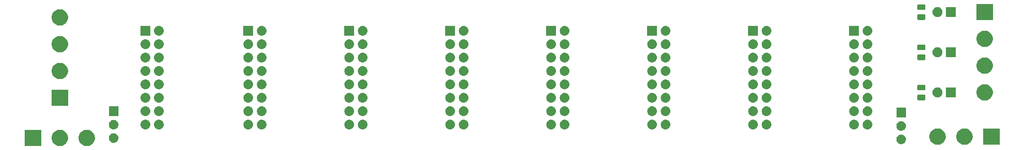
<source format=gbr>
G04 #@! TF.GenerationSoftware,KiCad,Pcbnew,(5.1.2-1)-1*
G04 #@! TF.CreationDate,2019-08-21T10:52:07-07:00*
G04 #@! TF.ProjectId,ER_Bus_Board,45525f42-7573-45f4-926f-6172642e6b69,rev?*
G04 #@! TF.SameCoordinates,Original*
G04 #@! TF.FileFunction,Soldermask,Top*
G04 #@! TF.FilePolarity,Negative*
%FSLAX46Y46*%
G04 Gerber Fmt 4.6, Leading zero omitted, Abs format (unit mm)*
G04 Created by KiCad (PCBNEW (5.1.2-1)-1) date 2019-08-21 10:52:07*
%MOMM*%
%LPD*%
G04 APERTURE LIST*
%ADD10C,0.100000*%
G04 APERTURE END LIST*
D10*
G36*
X94282585Y-89918802D02*
G01*
X94432410Y-89948604D01*
X94714674Y-90065521D01*
X94968705Y-90235259D01*
X95184741Y-90451295D01*
X95354479Y-90705326D01*
X95471396Y-90987590D01*
X95501198Y-91137415D01*
X95511859Y-91191009D01*
X95531000Y-91287240D01*
X95531000Y-91592760D01*
X95471396Y-91892410D01*
X95354479Y-92174674D01*
X95184741Y-92428705D01*
X94968705Y-92644741D01*
X94714674Y-92814479D01*
X94432410Y-92931396D01*
X94282585Y-92961198D01*
X94132761Y-92991000D01*
X93827239Y-92991000D01*
X93677415Y-92961198D01*
X93527590Y-92931396D01*
X93245326Y-92814479D01*
X92991295Y-92644741D01*
X92775259Y-92428705D01*
X92605521Y-92174674D01*
X92488604Y-91892410D01*
X92429000Y-91592760D01*
X92429000Y-91287240D01*
X92448142Y-91191009D01*
X92458802Y-91137415D01*
X92488604Y-90987590D01*
X92605521Y-90705326D01*
X92775259Y-90451295D01*
X92991295Y-90235259D01*
X93245326Y-90065521D01*
X93527590Y-89948604D01*
X93677415Y-89918802D01*
X93827239Y-89889000D01*
X94132761Y-89889000D01*
X94282585Y-89918802D01*
X94282585Y-89918802D01*
G37*
G36*
X89202585Y-89918802D02*
G01*
X89352410Y-89948604D01*
X89634674Y-90065521D01*
X89888705Y-90235259D01*
X90104741Y-90451295D01*
X90274479Y-90705326D01*
X90391396Y-90987590D01*
X90421198Y-91137415D01*
X90431859Y-91191009D01*
X90451000Y-91287240D01*
X90451000Y-91592760D01*
X90391396Y-91892410D01*
X90274479Y-92174674D01*
X90104741Y-92428705D01*
X89888705Y-92644741D01*
X89634674Y-92814479D01*
X89352410Y-92931396D01*
X89202585Y-92961198D01*
X89052761Y-92991000D01*
X88747239Y-92991000D01*
X88597415Y-92961198D01*
X88447590Y-92931396D01*
X88165326Y-92814479D01*
X87911295Y-92644741D01*
X87695259Y-92428705D01*
X87525521Y-92174674D01*
X87408604Y-91892410D01*
X87349000Y-91592760D01*
X87349000Y-91287240D01*
X87368142Y-91191009D01*
X87378802Y-91137415D01*
X87408604Y-90987590D01*
X87525521Y-90705326D01*
X87695259Y-90451295D01*
X87911295Y-90235259D01*
X88165326Y-90065521D01*
X88447590Y-89948604D01*
X88597415Y-89918802D01*
X88747239Y-89889000D01*
X89052761Y-89889000D01*
X89202585Y-89918802D01*
X89202585Y-89918802D01*
G37*
G36*
X85371000Y-92991000D02*
G01*
X82269000Y-92991000D01*
X82269000Y-89889000D01*
X85371000Y-89889000D01*
X85371000Y-92991000D01*
X85371000Y-92991000D01*
G37*
G36*
X266219000Y-92737000D02*
G01*
X263117000Y-92737000D01*
X263117000Y-89635000D01*
X266219000Y-89635000D01*
X266219000Y-92737000D01*
X266219000Y-92737000D01*
G37*
G36*
X259887262Y-89664141D02*
G01*
X260040410Y-89694604D01*
X260322674Y-89811521D01*
X260576705Y-89981259D01*
X260792741Y-90197295D01*
X260962479Y-90451326D01*
X261079396Y-90733590D01*
X261104055Y-90857558D01*
X261119859Y-90937009D01*
X261139000Y-91033240D01*
X261139000Y-91338760D01*
X261079396Y-91638410D01*
X260962479Y-91920674D01*
X260792741Y-92174705D01*
X260576705Y-92390741D01*
X260322674Y-92560479D01*
X260040410Y-92677396D01*
X259890585Y-92707198D01*
X259740761Y-92737000D01*
X259435239Y-92737000D01*
X259285415Y-92707198D01*
X259135590Y-92677396D01*
X258853326Y-92560479D01*
X258599295Y-92390741D01*
X258383259Y-92174705D01*
X258213521Y-91920674D01*
X258096604Y-91638410D01*
X258037000Y-91338760D01*
X258037000Y-91033240D01*
X258056142Y-90937009D01*
X258071945Y-90857558D01*
X258096604Y-90733590D01*
X258213521Y-90451326D01*
X258383259Y-90197295D01*
X258599295Y-89981259D01*
X258853326Y-89811521D01*
X259135590Y-89694604D01*
X259288738Y-89664141D01*
X259435239Y-89635000D01*
X259740761Y-89635000D01*
X259887262Y-89664141D01*
X259887262Y-89664141D01*
G37*
G36*
X254807262Y-89664141D02*
G01*
X254960410Y-89694604D01*
X255242674Y-89811521D01*
X255496705Y-89981259D01*
X255712741Y-90197295D01*
X255882479Y-90451326D01*
X255999396Y-90733590D01*
X256024055Y-90857558D01*
X256039859Y-90937009D01*
X256059000Y-91033240D01*
X256059000Y-91338760D01*
X255999396Y-91638410D01*
X255882479Y-91920674D01*
X255712741Y-92174705D01*
X255496705Y-92390741D01*
X255242674Y-92560479D01*
X254960410Y-92677396D01*
X254810585Y-92707198D01*
X254660761Y-92737000D01*
X254355239Y-92737000D01*
X254205415Y-92707198D01*
X254055590Y-92677396D01*
X253773326Y-92560479D01*
X253519295Y-92390741D01*
X253303259Y-92174705D01*
X253133521Y-91920674D01*
X253016604Y-91638410D01*
X252957000Y-91338760D01*
X252957000Y-91033240D01*
X252976142Y-90937009D01*
X252991945Y-90857558D01*
X253016604Y-90733590D01*
X253133521Y-90451326D01*
X253303259Y-90197295D01*
X253519295Y-89981259D01*
X253773326Y-89811521D01*
X254055590Y-89694604D01*
X254208738Y-89664141D01*
X254355239Y-89635000D01*
X254660761Y-89635000D01*
X254807262Y-89664141D01*
X254807262Y-89664141D01*
G37*
G36*
X247760443Y-90799519D02*
G01*
X247826627Y-90806037D01*
X247996466Y-90857557D01*
X248152991Y-90941222D01*
X248188729Y-90970552D01*
X248290186Y-91053814D01*
X248373448Y-91155271D01*
X248402778Y-91191009D01*
X248486443Y-91347534D01*
X248537963Y-91517373D01*
X248555359Y-91694000D01*
X248537963Y-91870627D01*
X248486443Y-92040466D01*
X248402778Y-92196991D01*
X248373448Y-92232729D01*
X248290186Y-92334186D01*
X248188729Y-92417448D01*
X248152991Y-92446778D01*
X247996466Y-92530443D01*
X247826627Y-92581963D01*
X247760443Y-92588481D01*
X247694260Y-92595000D01*
X247605740Y-92595000D01*
X247539557Y-92588481D01*
X247473373Y-92581963D01*
X247303534Y-92530443D01*
X247147009Y-92446778D01*
X247111271Y-92417448D01*
X247009814Y-92334186D01*
X246926552Y-92232729D01*
X246897222Y-92196991D01*
X246813557Y-92040466D01*
X246762037Y-91870627D01*
X246744641Y-91694000D01*
X246762037Y-91517373D01*
X246813557Y-91347534D01*
X246897222Y-91191009D01*
X246926552Y-91155271D01*
X247009814Y-91053814D01*
X247111271Y-90970552D01*
X247147009Y-90941222D01*
X247303534Y-90857557D01*
X247473373Y-90806037D01*
X247539557Y-90799519D01*
X247605740Y-90793000D01*
X247694260Y-90793000D01*
X247760443Y-90799519D01*
X247760443Y-90799519D01*
G37*
G36*
X99170443Y-90545519D02*
G01*
X99236627Y-90552037D01*
X99406466Y-90603557D01*
X99562991Y-90687222D01*
X99585053Y-90705328D01*
X99700186Y-90799814D01*
X99783448Y-90901271D01*
X99812778Y-90937009D01*
X99896443Y-91093534D01*
X99947963Y-91263373D01*
X99965359Y-91440000D01*
X99947963Y-91616627D01*
X99896443Y-91786466D01*
X99812778Y-91942991D01*
X99783448Y-91978729D01*
X99700186Y-92080186D01*
X99598729Y-92163448D01*
X99562991Y-92192778D01*
X99406466Y-92276443D01*
X99236627Y-92327963D01*
X99173453Y-92334185D01*
X99104260Y-92341000D01*
X99015740Y-92341000D01*
X98946547Y-92334185D01*
X98883373Y-92327963D01*
X98713534Y-92276443D01*
X98557009Y-92192778D01*
X98521271Y-92163448D01*
X98419814Y-92080186D01*
X98336552Y-91978729D01*
X98307222Y-91942991D01*
X98223557Y-91786466D01*
X98172037Y-91616627D01*
X98154641Y-91440000D01*
X98172037Y-91263373D01*
X98223557Y-91093534D01*
X98307222Y-90937009D01*
X98336552Y-90901271D01*
X98419814Y-90799814D01*
X98534947Y-90705328D01*
X98557009Y-90687222D01*
X98713534Y-90603557D01*
X98883373Y-90552037D01*
X98949557Y-90545519D01*
X99015740Y-90539000D01*
X99104260Y-90539000D01*
X99170443Y-90545519D01*
X99170443Y-90545519D01*
G37*
G36*
X247760443Y-88259519D02*
G01*
X247826627Y-88266037D01*
X247996466Y-88317557D01*
X248152991Y-88401222D01*
X248188729Y-88430552D01*
X248290186Y-88513814D01*
X248373448Y-88615271D01*
X248402778Y-88651009D01*
X248486443Y-88807534D01*
X248537963Y-88977373D01*
X248555359Y-89154000D01*
X248537963Y-89330627D01*
X248486443Y-89500466D01*
X248402778Y-89656991D01*
X248396910Y-89664141D01*
X248290186Y-89794186D01*
X248188729Y-89877448D01*
X248152991Y-89906778D01*
X247996466Y-89990443D01*
X247826627Y-90041963D01*
X247760443Y-90048481D01*
X247694260Y-90055000D01*
X247605740Y-90055000D01*
X247539557Y-90048481D01*
X247473373Y-90041963D01*
X247303534Y-89990443D01*
X247147009Y-89906778D01*
X247111271Y-89877448D01*
X247009814Y-89794186D01*
X246903090Y-89664141D01*
X246897222Y-89656991D01*
X246813557Y-89500466D01*
X246762037Y-89330627D01*
X246744641Y-89154000D01*
X246762037Y-88977373D01*
X246813557Y-88807534D01*
X246897222Y-88651009D01*
X246926552Y-88615271D01*
X247009814Y-88513814D01*
X247111271Y-88430552D01*
X247147009Y-88401222D01*
X247303534Y-88317557D01*
X247473373Y-88266037D01*
X247539558Y-88259518D01*
X247605740Y-88253000D01*
X247694260Y-88253000D01*
X247760443Y-88259519D01*
X247760443Y-88259519D01*
G37*
G36*
X162739294Y-87998633D02*
G01*
X162911695Y-88050931D01*
X163070583Y-88135858D01*
X163209849Y-88250151D01*
X163324142Y-88389417D01*
X163409069Y-88548305D01*
X163461367Y-88720706D01*
X163479025Y-88900000D01*
X163461367Y-89079294D01*
X163409069Y-89251695D01*
X163324142Y-89410583D01*
X163209849Y-89549849D01*
X163070583Y-89664142D01*
X162911695Y-89749069D01*
X162739294Y-89801367D01*
X162604931Y-89814600D01*
X162515069Y-89814600D01*
X162380706Y-89801367D01*
X162208305Y-89749069D01*
X162049417Y-89664142D01*
X161910151Y-89549849D01*
X161795858Y-89410583D01*
X161710931Y-89251695D01*
X161658633Y-89079294D01*
X161640975Y-88900000D01*
X161658633Y-88720706D01*
X161710931Y-88548305D01*
X161795858Y-88389417D01*
X161910151Y-88250151D01*
X162049417Y-88135858D01*
X162208305Y-88050931D01*
X162380706Y-87998633D01*
X162515069Y-87985400D01*
X162604931Y-87985400D01*
X162739294Y-87998633D01*
X162739294Y-87998633D01*
G37*
G36*
X146229294Y-87998633D02*
G01*
X146401695Y-88050931D01*
X146560583Y-88135858D01*
X146699849Y-88250151D01*
X146814142Y-88389417D01*
X146899069Y-88548305D01*
X146951367Y-88720706D01*
X146969025Y-88900000D01*
X146951367Y-89079294D01*
X146899069Y-89251695D01*
X146814142Y-89410583D01*
X146699849Y-89549849D01*
X146560583Y-89664142D01*
X146401695Y-89749069D01*
X146229294Y-89801367D01*
X146094931Y-89814600D01*
X146005069Y-89814600D01*
X145870706Y-89801367D01*
X145698305Y-89749069D01*
X145539417Y-89664142D01*
X145400151Y-89549849D01*
X145285858Y-89410583D01*
X145200931Y-89251695D01*
X145148633Y-89079294D01*
X145130975Y-88900000D01*
X145148633Y-88720706D01*
X145200931Y-88548305D01*
X145285858Y-88389417D01*
X145400151Y-88250151D01*
X145539417Y-88135858D01*
X145698305Y-88050931D01*
X145870706Y-87998633D01*
X146005069Y-87985400D01*
X146094931Y-87985400D01*
X146229294Y-87998633D01*
X146229294Y-87998633D01*
G37*
G36*
X143689294Y-87998633D02*
G01*
X143861695Y-88050931D01*
X144020583Y-88135858D01*
X144159849Y-88250151D01*
X144274142Y-88389417D01*
X144359069Y-88548305D01*
X144411367Y-88720706D01*
X144429025Y-88900000D01*
X144411367Y-89079294D01*
X144359069Y-89251695D01*
X144274142Y-89410583D01*
X144159849Y-89549849D01*
X144020583Y-89664142D01*
X143861695Y-89749069D01*
X143689294Y-89801367D01*
X143554931Y-89814600D01*
X143465069Y-89814600D01*
X143330706Y-89801367D01*
X143158305Y-89749069D01*
X142999417Y-89664142D01*
X142860151Y-89549849D01*
X142745858Y-89410583D01*
X142660931Y-89251695D01*
X142608633Y-89079294D01*
X142590975Y-88900000D01*
X142608633Y-88720706D01*
X142660931Y-88548305D01*
X142745858Y-88389417D01*
X142860151Y-88250151D01*
X142999417Y-88135858D01*
X143158305Y-88050931D01*
X143330706Y-87998633D01*
X143465069Y-87985400D01*
X143554931Y-87985400D01*
X143689294Y-87998633D01*
X143689294Y-87998633D01*
G37*
G36*
X127179294Y-87998633D02*
G01*
X127351695Y-88050931D01*
X127510583Y-88135858D01*
X127649849Y-88250151D01*
X127764142Y-88389417D01*
X127849069Y-88548305D01*
X127901367Y-88720706D01*
X127919025Y-88900000D01*
X127901367Y-89079294D01*
X127849069Y-89251695D01*
X127764142Y-89410583D01*
X127649849Y-89549849D01*
X127510583Y-89664142D01*
X127351695Y-89749069D01*
X127179294Y-89801367D01*
X127044931Y-89814600D01*
X126955069Y-89814600D01*
X126820706Y-89801367D01*
X126648305Y-89749069D01*
X126489417Y-89664142D01*
X126350151Y-89549849D01*
X126235858Y-89410583D01*
X126150931Y-89251695D01*
X126098633Y-89079294D01*
X126080975Y-88900000D01*
X126098633Y-88720706D01*
X126150931Y-88548305D01*
X126235858Y-88389417D01*
X126350151Y-88250151D01*
X126489417Y-88135858D01*
X126648305Y-88050931D01*
X126820706Y-87998633D01*
X126955069Y-87985400D01*
X127044931Y-87985400D01*
X127179294Y-87998633D01*
X127179294Y-87998633D01*
G37*
G36*
X124639294Y-87998633D02*
G01*
X124811695Y-88050931D01*
X124970583Y-88135858D01*
X125109849Y-88250151D01*
X125224142Y-88389417D01*
X125309069Y-88548305D01*
X125361367Y-88720706D01*
X125379025Y-88900000D01*
X125361367Y-89079294D01*
X125309069Y-89251695D01*
X125224142Y-89410583D01*
X125109849Y-89549849D01*
X124970583Y-89664142D01*
X124811695Y-89749069D01*
X124639294Y-89801367D01*
X124504931Y-89814600D01*
X124415069Y-89814600D01*
X124280706Y-89801367D01*
X124108305Y-89749069D01*
X123949417Y-89664142D01*
X123810151Y-89549849D01*
X123695858Y-89410583D01*
X123610931Y-89251695D01*
X123558633Y-89079294D01*
X123540975Y-88900000D01*
X123558633Y-88720706D01*
X123610931Y-88548305D01*
X123695858Y-88389417D01*
X123810151Y-88250151D01*
X123949417Y-88135858D01*
X124108305Y-88050931D01*
X124280706Y-87998633D01*
X124415069Y-87985400D01*
X124504931Y-87985400D01*
X124639294Y-87998633D01*
X124639294Y-87998633D01*
G37*
G36*
X107780295Y-87998633D02*
G01*
X107952696Y-88050931D01*
X108111584Y-88135858D01*
X108250850Y-88250151D01*
X108365143Y-88389417D01*
X108450070Y-88548305D01*
X108502368Y-88720706D01*
X108520026Y-88900000D01*
X108502368Y-89079294D01*
X108450070Y-89251695D01*
X108365143Y-89410583D01*
X108250850Y-89549849D01*
X108111584Y-89664142D01*
X107952696Y-89749069D01*
X107780295Y-89801367D01*
X107645932Y-89814600D01*
X107556070Y-89814600D01*
X107421707Y-89801367D01*
X107249306Y-89749069D01*
X107090418Y-89664142D01*
X106951152Y-89549849D01*
X106836859Y-89410583D01*
X106751932Y-89251695D01*
X106699634Y-89079294D01*
X106681976Y-88900000D01*
X106699634Y-88720706D01*
X106751932Y-88548305D01*
X106836859Y-88389417D01*
X106951152Y-88250151D01*
X107090418Y-88135858D01*
X107249306Y-88050931D01*
X107421707Y-87998633D01*
X107556070Y-87985400D01*
X107645932Y-87985400D01*
X107780295Y-87998633D01*
X107780295Y-87998633D01*
G37*
G36*
X105240295Y-87998633D02*
G01*
X105412696Y-88050931D01*
X105571584Y-88135858D01*
X105710850Y-88250151D01*
X105825143Y-88389417D01*
X105910070Y-88548305D01*
X105962368Y-88720706D01*
X105980026Y-88900000D01*
X105962368Y-89079294D01*
X105910070Y-89251695D01*
X105825143Y-89410583D01*
X105710850Y-89549849D01*
X105571584Y-89664142D01*
X105412696Y-89749069D01*
X105240295Y-89801367D01*
X105105932Y-89814600D01*
X105016070Y-89814600D01*
X104881707Y-89801367D01*
X104709306Y-89749069D01*
X104550418Y-89664142D01*
X104411152Y-89549849D01*
X104296859Y-89410583D01*
X104211932Y-89251695D01*
X104159634Y-89079294D01*
X104141976Y-88900000D01*
X104159634Y-88720706D01*
X104211932Y-88548305D01*
X104296859Y-88389417D01*
X104411152Y-88250151D01*
X104550418Y-88135858D01*
X104709306Y-88050931D01*
X104881707Y-87998633D01*
X105016070Y-87985400D01*
X105105932Y-87985400D01*
X105240295Y-87998633D01*
X105240295Y-87998633D01*
G37*
G36*
X241479294Y-87998633D02*
G01*
X241651695Y-88050931D01*
X241810583Y-88135858D01*
X241949849Y-88250151D01*
X242064142Y-88389417D01*
X242149069Y-88548305D01*
X242201367Y-88720706D01*
X242219025Y-88900000D01*
X242201367Y-89079294D01*
X242149069Y-89251695D01*
X242064142Y-89410583D01*
X241949849Y-89549849D01*
X241810583Y-89664142D01*
X241651695Y-89749069D01*
X241479294Y-89801367D01*
X241344931Y-89814600D01*
X241255069Y-89814600D01*
X241120706Y-89801367D01*
X240948305Y-89749069D01*
X240789417Y-89664142D01*
X240650151Y-89549849D01*
X240535858Y-89410583D01*
X240450931Y-89251695D01*
X240398633Y-89079294D01*
X240380975Y-88900000D01*
X240398633Y-88720706D01*
X240450931Y-88548305D01*
X240535858Y-88389417D01*
X240650151Y-88250151D01*
X240789417Y-88135858D01*
X240948305Y-88050931D01*
X241120706Y-87998633D01*
X241255069Y-87985400D01*
X241344931Y-87985400D01*
X241479294Y-87998633D01*
X241479294Y-87998633D01*
G37*
G36*
X165279294Y-87998633D02*
G01*
X165451695Y-88050931D01*
X165610583Y-88135858D01*
X165749849Y-88250151D01*
X165864142Y-88389417D01*
X165949069Y-88548305D01*
X166001367Y-88720706D01*
X166019025Y-88900000D01*
X166001367Y-89079294D01*
X165949069Y-89251695D01*
X165864142Y-89410583D01*
X165749849Y-89549849D01*
X165610583Y-89664142D01*
X165451695Y-89749069D01*
X165279294Y-89801367D01*
X165144931Y-89814600D01*
X165055069Y-89814600D01*
X164920706Y-89801367D01*
X164748305Y-89749069D01*
X164589417Y-89664142D01*
X164450151Y-89549849D01*
X164335858Y-89410583D01*
X164250931Y-89251695D01*
X164198633Y-89079294D01*
X164180975Y-88900000D01*
X164198633Y-88720706D01*
X164250931Y-88548305D01*
X164335858Y-88389417D01*
X164450151Y-88250151D01*
X164589417Y-88135858D01*
X164748305Y-88050931D01*
X164920706Y-87998633D01*
X165055069Y-87985400D01*
X165144931Y-87985400D01*
X165279294Y-87998633D01*
X165279294Y-87998633D01*
G37*
G36*
X184329294Y-87998633D02*
G01*
X184501695Y-88050931D01*
X184660583Y-88135858D01*
X184799849Y-88250151D01*
X184914142Y-88389417D01*
X184999069Y-88548305D01*
X185051367Y-88720706D01*
X185069025Y-88900000D01*
X185051367Y-89079294D01*
X184999069Y-89251695D01*
X184914142Y-89410583D01*
X184799849Y-89549849D01*
X184660583Y-89664142D01*
X184501695Y-89749069D01*
X184329294Y-89801367D01*
X184194931Y-89814600D01*
X184105069Y-89814600D01*
X183970706Y-89801367D01*
X183798305Y-89749069D01*
X183639417Y-89664142D01*
X183500151Y-89549849D01*
X183385858Y-89410583D01*
X183300931Y-89251695D01*
X183248633Y-89079294D01*
X183230975Y-88900000D01*
X183248633Y-88720706D01*
X183300931Y-88548305D01*
X183385858Y-88389417D01*
X183500151Y-88250151D01*
X183639417Y-88135858D01*
X183798305Y-88050931D01*
X183970706Y-87998633D01*
X184105069Y-87985400D01*
X184194931Y-87985400D01*
X184329294Y-87998633D01*
X184329294Y-87998633D01*
G37*
G36*
X181789294Y-87998633D02*
G01*
X181961695Y-88050931D01*
X182120583Y-88135858D01*
X182259849Y-88250151D01*
X182374142Y-88389417D01*
X182459069Y-88548305D01*
X182511367Y-88720706D01*
X182529025Y-88900000D01*
X182511367Y-89079294D01*
X182459069Y-89251695D01*
X182374142Y-89410583D01*
X182259849Y-89549849D01*
X182120583Y-89664142D01*
X181961695Y-89749069D01*
X181789294Y-89801367D01*
X181654931Y-89814600D01*
X181565069Y-89814600D01*
X181430706Y-89801367D01*
X181258305Y-89749069D01*
X181099417Y-89664142D01*
X180960151Y-89549849D01*
X180845858Y-89410583D01*
X180760931Y-89251695D01*
X180708633Y-89079294D01*
X180690975Y-88900000D01*
X180708633Y-88720706D01*
X180760931Y-88548305D01*
X180845858Y-88389417D01*
X180960151Y-88250151D01*
X181099417Y-88135858D01*
X181258305Y-88050931D01*
X181430706Y-87998633D01*
X181565069Y-87985400D01*
X181654931Y-87985400D01*
X181789294Y-87998633D01*
X181789294Y-87998633D01*
G37*
G36*
X200839294Y-87998633D02*
G01*
X201011695Y-88050931D01*
X201170583Y-88135858D01*
X201309849Y-88250151D01*
X201424142Y-88389417D01*
X201509069Y-88548305D01*
X201561367Y-88720706D01*
X201579025Y-88900000D01*
X201561367Y-89079294D01*
X201509069Y-89251695D01*
X201424142Y-89410583D01*
X201309849Y-89549849D01*
X201170583Y-89664142D01*
X201011695Y-89749069D01*
X200839294Y-89801367D01*
X200704931Y-89814600D01*
X200615069Y-89814600D01*
X200480706Y-89801367D01*
X200308305Y-89749069D01*
X200149417Y-89664142D01*
X200010151Y-89549849D01*
X199895858Y-89410583D01*
X199810931Y-89251695D01*
X199758633Y-89079294D01*
X199740975Y-88900000D01*
X199758633Y-88720706D01*
X199810931Y-88548305D01*
X199895858Y-88389417D01*
X200010151Y-88250151D01*
X200149417Y-88135858D01*
X200308305Y-88050931D01*
X200480706Y-87998633D01*
X200615069Y-87985400D01*
X200704931Y-87985400D01*
X200839294Y-87998633D01*
X200839294Y-87998633D01*
G37*
G36*
X203379294Y-87998633D02*
G01*
X203551695Y-88050931D01*
X203710583Y-88135858D01*
X203849849Y-88250151D01*
X203964142Y-88389417D01*
X204049069Y-88548305D01*
X204101367Y-88720706D01*
X204119025Y-88900000D01*
X204101367Y-89079294D01*
X204049069Y-89251695D01*
X203964142Y-89410583D01*
X203849849Y-89549849D01*
X203710583Y-89664142D01*
X203551695Y-89749069D01*
X203379294Y-89801367D01*
X203244931Y-89814600D01*
X203155069Y-89814600D01*
X203020706Y-89801367D01*
X202848305Y-89749069D01*
X202689417Y-89664142D01*
X202550151Y-89549849D01*
X202435858Y-89410583D01*
X202350931Y-89251695D01*
X202298633Y-89079294D01*
X202280975Y-88900000D01*
X202298633Y-88720706D01*
X202350931Y-88548305D01*
X202435858Y-88389417D01*
X202550151Y-88250151D01*
X202689417Y-88135858D01*
X202848305Y-88050931D01*
X203020706Y-87998633D01*
X203155069Y-87985400D01*
X203244931Y-87985400D01*
X203379294Y-87998633D01*
X203379294Y-87998633D01*
G37*
G36*
X222429294Y-87998633D02*
G01*
X222601695Y-88050931D01*
X222760583Y-88135858D01*
X222899849Y-88250151D01*
X223014142Y-88389417D01*
X223099069Y-88548305D01*
X223151367Y-88720706D01*
X223169025Y-88900000D01*
X223151367Y-89079294D01*
X223099069Y-89251695D01*
X223014142Y-89410583D01*
X222899849Y-89549849D01*
X222760583Y-89664142D01*
X222601695Y-89749069D01*
X222429294Y-89801367D01*
X222294931Y-89814600D01*
X222205069Y-89814600D01*
X222070706Y-89801367D01*
X221898305Y-89749069D01*
X221739417Y-89664142D01*
X221600151Y-89549849D01*
X221485858Y-89410583D01*
X221400931Y-89251695D01*
X221348633Y-89079294D01*
X221330975Y-88900000D01*
X221348633Y-88720706D01*
X221400931Y-88548305D01*
X221485858Y-88389417D01*
X221600151Y-88250151D01*
X221739417Y-88135858D01*
X221898305Y-88050931D01*
X222070706Y-87998633D01*
X222205069Y-87985400D01*
X222294931Y-87985400D01*
X222429294Y-87998633D01*
X222429294Y-87998633D01*
G37*
G36*
X219889294Y-87998633D02*
G01*
X220061695Y-88050931D01*
X220220583Y-88135858D01*
X220359849Y-88250151D01*
X220474142Y-88389417D01*
X220559069Y-88548305D01*
X220611367Y-88720706D01*
X220629025Y-88900000D01*
X220611367Y-89079294D01*
X220559069Y-89251695D01*
X220474142Y-89410583D01*
X220359849Y-89549849D01*
X220220583Y-89664142D01*
X220061695Y-89749069D01*
X219889294Y-89801367D01*
X219754931Y-89814600D01*
X219665069Y-89814600D01*
X219530706Y-89801367D01*
X219358305Y-89749069D01*
X219199417Y-89664142D01*
X219060151Y-89549849D01*
X218945858Y-89410583D01*
X218860931Y-89251695D01*
X218808633Y-89079294D01*
X218790975Y-88900000D01*
X218808633Y-88720706D01*
X218860931Y-88548305D01*
X218945858Y-88389417D01*
X219060151Y-88250151D01*
X219199417Y-88135858D01*
X219358305Y-88050931D01*
X219530706Y-87998633D01*
X219665069Y-87985400D01*
X219754931Y-87985400D01*
X219889294Y-87998633D01*
X219889294Y-87998633D01*
G37*
G36*
X238939294Y-87998633D02*
G01*
X239111695Y-88050931D01*
X239270583Y-88135858D01*
X239409849Y-88250151D01*
X239524142Y-88389417D01*
X239609069Y-88548305D01*
X239661367Y-88720706D01*
X239679025Y-88900000D01*
X239661367Y-89079294D01*
X239609069Y-89251695D01*
X239524142Y-89410583D01*
X239409849Y-89549849D01*
X239270583Y-89664142D01*
X239111695Y-89749069D01*
X238939294Y-89801367D01*
X238804931Y-89814600D01*
X238715069Y-89814600D01*
X238580706Y-89801367D01*
X238408305Y-89749069D01*
X238249417Y-89664142D01*
X238110151Y-89549849D01*
X237995858Y-89410583D01*
X237910931Y-89251695D01*
X237858633Y-89079294D01*
X237840975Y-88900000D01*
X237858633Y-88720706D01*
X237910931Y-88548305D01*
X237995858Y-88389417D01*
X238110151Y-88250151D01*
X238249417Y-88135858D01*
X238408305Y-88050931D01*
X238580706Y-87998633D01*
X238715069Y-87985400D01*
X238804931Y-87985400D01*
X238939294Y-87998633D01*
X238939294Y-87998633D01*
G37*
G36*
X99170443Y-88005519D02*
G01*
X99236627Y-88012037D01*
X99406466Y-88063557D01*
X99562991Y-88147222D01*
X99598729Y-88176552D01*
X99700186Y-88259814D01*
X99783448Y-88361271D01*
X99812778Y-88397009D01*
X99812779Y-88397011D01*
X99893648Y-88548304D01*
X99896443Y-88553534D01*
X99947963Y-88723373D01*
X99965359Y-88900000D01*
X99947963Y-89076627D01*
X99924492Y-89154000D01*
X99896442Y-89246468D01*
X99854611Y-89324728D01*
X99812778Y-89402991D01*
X99806547Y-89410583D01*
X99700186Y-89540186D01*
X99598729Y-89623448D01*
X99562991Y-89652778D01*
X99406466Y-89736443D01*
X99236627Y-89787963D01*
X99173453Y-89794185D01*
X99104260Y-89801000D01*
X99015740Y-89801000D01*
X98946547Y-89794185D01*
X98883373Y-89787963D01*
X98713534Y-89736443D01*
X98557009Y-89652778D01*
X98521271Y-89623448D01*
X98419814Y-89540186D01*
X98313453Y-89410583D01*
X98307222Y-89402991D01*
X98265389Y-89324728D01*
X98223558Y-89246468D01*
X98195508Y-89154000D01*
X98172037Y-89076627D01*
X98154641Y-88900000D01*
X98172037Y-88723373D01*
X98223557Y-88553534D01*
X98226353Y-88548304D01*
X98307221Y-88397011D01*
X98307222Y-88397009D01*
X98336552Y-88361271D01*
X98419814Y-88259814D01*
X98521271Y-88176552D01*
X98557009Y-88147222D01*
X98713534Y-88063557D01*
X98883373Y-88012037D01*
X98949557Y-88005519D01*
X99015740Y-87999000D01*
X99104260Y-87999000D01*
X99170443Y-88005519D01*
X99170443Y-88005519D01*
G37*
G36*
X248551000Y-87515000D02*
G01*
X246749000Y-87515000D01*
X246749000Y-85713000D01*
X248551000Y-85713000D01*
X248551000Y-87515000D01*
X248551000Y-87515000D01*
G37*
G36*
X184329294Y-85458633D02*
G01*
X184501695Y-85510931D01*
X184660583Y-85595858D01*
X184799849Y-85710151D01*
X184914142Y-85849417D01*
X184999069Y-86008305D01*
X185051367Y-86180706D01*
X185069025Y-86360000D01*
X185051367Y-86539294D01*
X184999069Y-86711695D01*
X184914142Y-86870583D01*
X184799849Y-87009849D01*
X184660583Y-87124142D01*
X184501695Y-87209069D01*
X184329294Y-87261367D01*
X184194931Y-87274600D01*
X184105069Y-87274600D01*
X183970706Y-87261367D01*
X183798305Y-87209069D01*
X183639417Y-87124142D01*
X183500151Y-87009849D01*
X183385858Y-86870583D01*
X183300931Y-86711695D01*
X183248633Y-86539294D01*
X183230975Y-86360000D01*
X183248633Y-86180706D01*
X183300931Y-86008305D01*
X183385858Y-85849417D01*
X183500151Y-85710151D01*
X183639417Y-85595858D01*
X183798305Y-85510931D01*
X183970706Y-85458633D01*
X184105069Y-85445400D01*
X184194931Y-85445400D01*
X184329294Y-85458633D01*
X184329294Y-85458633D01*
G37*
G36*
X146229294Y-85458633D02*
G01*
X146401695Y-85510931D01*
X146560583Y-85595858D01*
X146699849Y-85710151D01*
X146814142Y-85849417D01*
X146899069Y-86008305D01*
X146951367Y-86180706D01*
X146969025Y-86360000D01*
X146951367Y-86539294D01*
X146899069Y-86711695D01*
X146814142Y-86870583D01*
X146699849Y-87009849D01*
X146560583Y-87124142D01*
X146401695Y-87209069D01*
X146229294Y-87261367D01*
X146094931Y-87274600D01*
X146005069Y-87274600D01*
X145870706Y-87261367D01*
X145698305Y-87209069D01*
X145539417Y-87124142D01*
X145400151Y-87009849D01*
X145285858Y-86870583D01*
X145200931Y-86711695D01*
X145148633Y-86539294D01*
X145130975Y-86360000D01*
X145148633Y-86180706D01*
X145200931Y-86008305D01*
X145285858Y-85849417D01*
X145400151Y-85710151D01*
X145539417Y-85595858D01*
X145698305Y-85510931D01*
X145870706Y-85458633D01*
X146005069Y-85445400D01*
X146094931Y-85445400D01*
X146229294Y-85458633D01*
X146229294Y-85458633D01*
G37*
G36*
X241479294Y-85458633D02*
G01*
X241651695Y-85510931D01*
X241810583Y-85595858D01*
X241949849Y-85710151D01*
X242064142Y-85849417D01*
X242149069Y-86008305D01*
X242201367Y-86180706D01*
X242219025Y-86360000D01*
X242201367Y-86539294D01*
X242149069Y-86711695D01*
X242064142Y-86870583D01*
X241949849Y-87009849D01*
X241810583Y-87124142D01*
X241651695Y-87209069D01*
X241479294Y-87261367D01*
X241344931Y-87274600D01*
X241255069Y-87274600D01*
X241120706Y-87261367D01*
X240948305Y-87209069D01*
X240789417Y-87124142D01*
X240650151Y-87009849D01*
X240535858Y-86870583D01*
X240450931Y-86711695D01*
X240398633Y-86539294D01*
X240380975Y-86360000D01*
X240398633Y-86180706D01*
X240450931Y-86008305D01*
X240535858Y-85849417D01*
X240650151Y-85710151D01*
X240789417Y-85595858D01*
X240948305Y-85510931D01*
X241120706Y-85458633D01*
X241255069Y-85445400D01*
X241344931Y-85445400D01*
X241479294Y-85458633D01*
X241479294Y-85458633D01*
G37*
G36*
X203379294Y-85458633D02*
G01*
X203551695Y-85510931D01*
X203710583Y-85595858D01*
X203849849Y-85710151D01*
X203964142Y-85849417D01*
X204049069Y-86008305D01*
X204101367Y-86180706D01*
X204119025Y-86360000D01*
X204101367Y-86539294D01*
X204049069Y-86711695D01*
X203964142Y-86870583D01*
X203849849Y-87009849D01*
X203710583Y-87124142D01*
X203551695Y-87209069D01*
X203379294Y-87261367D01*
X203244931Y-87274600D01*
X203155069Y-87274600D01*
X203020706Y-87261367D01*
X202848305Y-87209069D01*
X202689417Y-87124142D01*
X202550151Y-87009849D01*
X202435858Y-86870583D01*
X202350931Y-86711695D01*
X202298633Y-86539294D01*
X202280975Y-86360000D01*
X202298633Y-86180706D01*
X202350931Y-86008305D01*
X202435858Y-85849417D01*
X202550151Y-85710151D01*
X202689417Y-85595858D01*
X202848305Y-85510931D01*
X203020706Y-85458633D01*
X203155069Y-85445400D01*
X203244931Y-85445400D01*
X203379294Y-85458633D01*
X203379294Y-85458633D01*
G37*
G36*
X124639294Y-85458633D02*
G01*
X124811695Y-85510931D01*
X124970583Y-85595858D01*
X125109849Y-85710151D01*
X125224142Y-85849417D01*
X125309069Y-86008305D01*
X125361367Y-86180706D01*
X125379025Y-86360000D01*
X125361367Y-86539294D01*
X125309069Y-86711695D01*
X125224142Y-86870583D01*
X125109849Y-87009849D01*
X124970583Y-87124142D01*
X124811695Y-87209069D01*
X124639294Y-87261367D01*
X124504931Y-87274600D01*
X124415069Y-87274600D01*
X124280706Y-87261367D01*
X124108305Y-87209069D01*
X123949417Y-87124142D01*
X123810151Y-87009849D01*
X123695858Y-86870583D01*
X123610931Y-86711695D01*
X123558633Y-86539294D01*
X123540975Y-86360000D01*
X123558633Y-86180706D01*
X123610931Y-86008305D01*
X123695858Y-85849417D01*
X123810151Y-85710151D01*
X123949417Y-85595858D01*
X124108305Y-85510931D01*
X124280706Y-85458633D01*
X124415069Y-85445400D01*
X124504931Y-85445400D01*
X124639294Y-85458633D01*
X124639294Y-85458633D01*
G37*
G36*
X127179294Y-85458633D02*
G01*
X127351695Y-85510931D01*
X127510583Y-85595858D01*
X127649849Y-85710151D01*
X127764142Y-85849417D01*
X127849069Y-86008305D01*
X127901367Y-86180706D01*
X127919025Y-86360000D01*
X127901367Y-86539294D01*
X127849069Y-86711695D01*
X127764142Y-86870583D01*
X127649849Y-87009849D01*
X127510583Y-87124142D01*
X127351695Y-87209069D01*
X127179294Y-87261367D01*
X127044931Y-87274600D01*
X126955069Y-87274600D01*
X126820706Y-87261367D01*
X126648305Y-87209069D01*
X126489417Y-87124142D01*
X126350151Y-87009849D01*
X126235858Y-86870583D01*
X126150931Y-86711695D01*
X126098633Y-86539294D01*
X126080975Y-86360000D01*
X126098633Y-86180706D01*
X126150931Y-86008305D01*
X126235858Y-85849417D01*
X126350151Y-85710151D01*
X126489417Y-85595858D01*
X126648305Y-85510931D01*
X126820706Y-85458633D01*
X126955069Y-85445400D01*
X127044931Y-85445400D01*
X127179294Y-85458633D01*
X127179294Y-85458633D01*
G37*
G36*
X238939294Y-85458633D02*
G01*
X239111695Y-85510931D01*
X239270583Y-85595858D01*
X239409849Y-85710151D01*
X239524142Y-85849417D01*
X239609069Y-86008305D01*
X239661367Y-86180706D01*
X239679025Y-86360000D01*
X239661367Y-86539294D01*
X239609069Y-86711695D01*
X239524142Y-86870583D01*
X239409849Y-87009849D01*
X239270583Y-87124142D01*
X239111695Y-87209069D01*
X238939294Y-87261367D01*
X238804931Y-87274600D01*
X238715069Y-87274600D01*
X238580706Y-87261367D01*
X238408305Y-87209069D01*
X238249417Y-87124142D01*
X238110151Y-87009849D01*
X237995858Y-86870583D01*
X237910931Y-86711695D01*
X237858633Y-86539294D01*
X237840975Y-86360000D01*
X237858633Y-86180706D01*
X237910931Y-86008305D01*
X237995858Y-85849417D01*
X238110151Y-85710151D01*
X238249417Y-85595858D01*
X238408305Y-85510931D01*
X238580706Y-85458633D01*
X238715069Y-85445400D01*
X238804931Y-85445400D01*
X238939294Y-85458633D01*
X238939294Y-85458633D01*
G37*
G36*
X222429294Y-85458633D02*
G01*
X222601695Y-85510931D01*
X222760583Y-85595858D01*
X222899849Y-85710151D01*
X223014142Y-85849417D01*
X223099069Y-86008305D01*
X223151367Y-86180706D01*
X223169025Y-86360000D01*
X223151367Y-86539294D01*
X223099069Y-86711695D01*
X223014142Y-86870583D01*
X222899849Y-87009849D01*
X222760583Y-87124142D01*
X222601695Y-87209069D01*
X222429294Y-87261367D01*
X222294931Y-87274600D01*
X222205069Y-87274600D01*
X222070706Y-87261367D01*
X221898305Y-87209069D01*
X221739417Y-87124142D01*
X221600151Y-87009849D01*
X221485858Y-86870583D01*
X221400931Y-86711695D01*
X221348633Y-86539294D01*
X221330975Y-86360000D01*
X221348633Y-86180706D01*
X221400931Y-86008305D01*
X221485858Y-85849417D01*
X221600151Y-85710151D01*
X221739417Y-85595858D01*
X221898305Y-85510931D01*
X222070706Y-85458633D01*
X222205069Y-85445400D01*
X222294931Y-85445400D01*
X222429294Y-85458633D01*
X222429294Y-85458633D01*
G37*
G36*
X219889294Y-85458633D02*
G01*
X220061695Y-85510931D01*
X220220583Y-85595858D01*
X220359849Y-85710151D01*
X220474142Y-85849417D01*
X220559069Y-86008305D01*
X220611367Y-86180706D01*
X220629025Y-86360000D01*
X220611367Y-86539294D01*
X220559069Y-86711695D01*
X220474142Y-86870583D01*
X220359849Y-87009849D01*
X220220583Y-87124142D01*
X220061695Y-87209069D01*
X219889294Y-87261367D01*
X219754931Y-87274600D01*
X219665069Y-87274600D01*
X219530706Y-87261367D01*
X219358305Y-87209069D01*
X219199417Y-87124142D01*
X219060151Y-87009849D01*
X218945858Y-86870583D01*
X218860931Y-86711695D01*
X218808633Y-86539294D01*
X218790975Y-86360000D01*
X218808633Y-86180706D01*
X218860931Y-86008305D01*
X218945858Y-85849417D01*
X219060151Y-85710151D01*
X219199417Y-85595858D01*
X219358305Y-85510931D01*
X219530706Y-85458633D01*
X219665069Y-85445400D01*
X219754931Y-85445400D01*
X219889294Y-85458633D01*
X219889294Y-85458633D01*
G37*
G36*
X107780295Y-85458633D02*
G01*
X107952696Y-85510931D01*
X108111584Y-85595858D01*
X108250850Y-85710151D01*
X108365143Y-85849417D01*
X108450070Y-86008305D01*
X108502368Y-86180706D01*
X108520026Y-86360000D01*
X108502368Y-86539294D01*
X108450070Y-86711695D01*
X108365143Y-86870583D01*
X108250850Y-87009849D01*
X108111584Y-87124142D01*
X107952696Y-87209069D01*
X107780295Y-87261367D01*
X107645932Y-87274600D01*
X107556070Y-87274600D01*
X107421707Y-87261367D01*
X107249306Y-87209069D01*
X107090418Y-87124142D01*
X106951152Y-87009849D01*
X106836859Y-86870583D01*
X106751932Y-86711695D01*
X106699634Y-86539294D01*
X106681976Y-86360000D01*
X106699634Y-86180706D01*
X106751932Y-86008305D01*
X106836859Y-85849417D01*
X106951152Y-85710151D01*
X107090418Y-85595858D01*
X107249306Y-85510931D01*
X107421707Y-85458633D01*
X107556070Y-85445400D01*
X107645932Y-85445400D01*
X107780295Y-85458633D01*
X107780295Y-85458633D01*
G37*
G36*
X105240295Y-85458633D02*
G01*
X105412696Y-85510931D01*
X105571584Y-85595858D01*
X105710850Y-85710151D01*
X105825143Y-85849417D01*
X105910070Y-86008305D01*
X105962368Y-86180706D01*
X105980026Y-86360000D01*
X105962368Y-86539294D01*
X105910070Y-86711695D01*
X105825143Y-86870583D01*
X105710850Y-87009849D01*
X105571584Y-87124142D01*
X105412696Y-87209069D01*
X105240295Y-87261367D01*
X105105932Y-87274600D01*
X105016070Y-87274600D01*
X104881707Y-87261367D01*
X104709306Y-87209069D01*
X104550418Y-87124142D01*
X104411152Y-87009849D01*
X104296859Y-86870583D01*
X104211932Y-86711695D01*
X104159634Y-86539294D01*
X104141976Y-86360000D01*
X104159634Y-86180706D01*
X104211932Y-86008305D01*
X104296859Y-85849417D01*
X104411152Y-85710151D01*
X104550418Y-85595858D01*
X104709306Y-85510931D01*
X104881707Y-85458633D01*
X105016070Y-85445400D01*
X105105932Y-85445400D01*
X105240295Y-85458633D01*
X105240295Y-85458633D01*
G37*
G36*
X143689294Y-85458633D02*
G01*
X143861695Y-85510931D01*
X144020583Y-85595858D01*
X144159849Y-85710151D01*
X144274142Y-85849417D01*
X144359069Y-86008305D01*
X144411367Y-86180706D01*
X144429025Y-86360000D01*
X144411367Y-86539294D01*
X144359069Y-86711695D01*
X144274142Y-86870583D01*
X144159849Y-87009849D01*
X144020583Y-87124142D01*
X143861695Y-87209069D01*
X143689294Y-87261367D01*
X143554931Y-87274600D01*
X143465069Y-87274600D01*
X143330706Y-87261367D01*
X143158305Y-87209069D01*
X142999417Y-87124142D01*
X142860151Y-87009849D01*
X142745858Y-86870583D01*
X142660931Y-86711695D01*
X142608633Y-86539294D01*
X142590975Y-86360000D01*
X142608633Y-86180706D01*
X142660931Y-86008305D01*
X142745858Y-85849417D01*
X142860151Y-85710151D01*
X142999417Y-85595858D01*
X143158305Y-85510931D01*
X143330706Y-85458633D01*
X143465069Y-85445400D01*
X143554931Y-85445400D01*
X143689294Y-85458633D01*
X143689294Y-85458633D01*
G37*
G36*
X162739294Y-85458633D02*
G01*
X162911695Y-85510931D01*
X163070583Y-85595858D01*
X163209849Y-85710151D01*
X163324142Y-85849417D01*
X163409069Y-86008305D01*
X163461367Y-86180706D01*
X163479025Y-86360000D01*
X163461367Y-86539294D01*
X163409069Y-86711695D01*
X163324142Y-86870583D01*
X163209849Y-87009849D01*
X163070583Y-87124142D01*
X162911695Y-87209069D01*
X162739294Y-87261367D01*
X162604931Y-87274600D01*
X162515069Y-87274600D01*
X162380706Y-87261367D01*
X162208305Y-87209069D01*
X162049417Y-87124142D01*
X161910151Y-87009849D01*
X161795858Y-86870583D01*
X161710931Y-86711695D01*
X161658633Y-86539294D01*
X161640975Y-86360000D01*
X161658633Y-86180706D01*
X161710931Y-86008305D01*
X161795858Y-85849417D01*
X161910151Y-85710151D01*
X162049417Y-85595858D01*
X162208305Y-85510931D01*
X162380706Y-85458633D01*
X162515069Y-85445400D01*
X162604931Y-85445400D01*
X162739294Y-85458633D01*
X162739294Y-85458633D01*
G37*
G36*
X165279294Y-85458633D02*
G01*
X165451695Y-85510931D01*
X165610583Y-85595858D01*
X165749849Y-85710151D01*
X165864142Y-85849417D01*
X165949069Y-86008305D01*
X166001367Y-86180706D01*
X166019025Y-86360000D01*
X166001367Y-86539294D01*
X165949069Y-86711695D01*
X165864142Y-86870583D01*
X165749849Y-87009849D01*
X165610583Y-87124142D01*
X165451695Y-87209069D01*
X165279294Y-87261367D01*
X165144931Y-87274600D01*
X165055069Y-87274600D01*
X164920706Y-87261367D01*
X164748305Y-87209069D01*
X164589417Y-87124142D01*
X164450151Y-87009849D01*
X164335858Y-86870583D01*
X164250931Y-86711695D01*
X164198633Y-86539294D01*
X164180975Y-86360000D01*
X164198633Y-86180706D01*
X164250931Y-86008305D01*
X164335858Y-85849417D01*
X164450151Y-85710151D01*
X164589417Y-85595858D01*
X164748305Y-85510931D01*
X164920706Y-85458633D01*
X165055069Y-85445400D01*
X165144931Y-85445400D01*
X165279294Y-85458633D01*
X165279294Y-85458633D01*
G37*
G36*
X200839294Y-85458633D02*
G01*
X201011695Y-85510931D01*
X201170583Y-85595858D01*
X201309849Y-85710151D01*
X201424142Y-85849417D01*
X201509069Y-86008305D01*
X201561367Y-86180706D01*
X201579025Y-86360000D01*
X201561367Y-86539294D01*
X201509069Y-86711695D01*
X201424142Y-86870583D01*
X201309849Y-87009849D01*
X201170583Y-87124142D01*
X201011695Y-87209069D01*
X200839294Y-87261367D01*
X200704931Y-87274600D01*
X200615069Y-87274600D01*
X200480706Y-87261367D01*
X200308305Y-87209069D01*
X200149417Y-87124142D01*
X200010151Y-87009849D01*
X199895858Y-86870583D01*
X199810931Y-86711695D01*
X199758633Y-86539294D01*
X199740975Y-86360000D01*
X199758633Y-86180706D01*
X199810931Y-86008305D01*
X199895858Y-85849417D01*
X200010151Y-85710151D01*
X200149417Y-85595858D01*
X200308305Y-85510931D01*
X200480706Y-85458633D01*
X200615069Y-85445400D01*
X200704931Y-85445400D01*
X200839294Y-85458633D01*
X200839294Y-85458633D01*
G37*
G36*
X181789294Y-85458633D02*
G01*
X181961695Y-85510931D01*
X182120583Y-85595858D01*
X182259849Y-85710151D01*
X182374142Y-85849417D01*
X182459069Y-86008305D01*
X182511367Y-86180706D01*
X182529025Y-86360000D01*
X182511367Y-86539294D01*
X182459069Y-86711695D01*
X182374142Y-86870583D01*
X182259849Y-87009849D01*
X182120583Y-87124142D01*
X181961695Y-87209069D01*
X181789294Y-87261367D01*
X181654931Y-87274600D01*
X181565069Y-87274600D01*
X181430706Y-87261367D01*
X181258305Y-87209069D01*
X181099417Y-87124142D01*
X180960151Y-87009849D01*
X180845858Y-86870583D01*
X180760931Y-86711695D01*
X180708633Y-86539294D01*
X180690975Y-86360000D01*
X180708633Y-86180706D01*
X180760931Y-86008305D01*
X180845858Y-85849417D01*
X180960151Y-85710151D01*
X181099417Y-85595858D01*
X181258305Y-85510931D01*
X181430706Y-85458633D01*
X181565069Y-85445400D01*
X181654931Y-85445400D01*
X181789294Y-85458633D01*
X181789294Y-85458633D01*
G37*
G36*
X99961000Y-87261000D02*
G01*
X98159000Y-87261000D01*
X98159000Y-85459000D01*
X99961000Y-85459000D01*
X99961000Y-87261000D01*
X99961000Y-87261000D01*
G37*
G36*
X90451000Y-85371000D02*
G01*
X87349000Y-85371000D01*
X87349000Y-82269000D01*
X90451000Y-82269000D01*
X90451000Y-85371000D01*
X90451000Y-85371000D01*
G37*
G36*
X165279294Y-82918633D02*
G01*
X165451695Y-82970931D01*
X165610583Y-83055858D01*
X165749849Y-83170151D01*
X165864142Y-83309417D01*
X165949069Y-83468305D01*
X166001367Y-83640706D01*
X166019025Y-83820000D01*
X166001367Y-83999294D01*
X165949069Y-84171695D01*
X165864142Y-84330583D01*
X165749849Y-84469849D01*
X165610583Y-84584142D01*
X165451695Y-84669069D01*
X165279294Y-84721367D01*
X165144931Y-84734600D01*
X165055069Y-84734600D01*
X164920706Y-84721367D01*
X164748305Y-84669069D01*
X164589417Y-84584142D01*
X164450151Y-84469849D01*
X164335858Y-84330583D01*
X164250931Y-84171695D01*
X164198633Y-83999294D01*
X164180975Y-83820000D01*
X164198633Y-83640706D01*
X164250931Y-83468305D01*
X164335858Y-83309417D01*
X164450151Y-83170151D01*
X164589417Y-83055858D01*
X164748305Y-82970931D01*
X164920706Y-82918633D01*
X165055069Y-82905400D01*
X165144931Y-82905400D01*
X165279294Y-82918633D01*
X165279294Y-82918633D01*
G37*
G36*
X222429294Y-82918633D02*
G01*
X222601695Y-82970931D01*
X222760583Y-83055858D01*
X222899849Y-83170151D01*
X223014142Y-83309417D01*
X223099069Y-83468305D01*
X223151367Y-83640706D01*
X223169025Y-83820000D01*
X223151367Y-83999294D01*
X223099069Y-84171695D01*
X223014142Y-84330583D01*
X222899849Y-84469849D01*
X222760583Y-84584142D01*
X222601695Y-84669069D01*
X222429294Y-84721367D01*
X222294931Y-84734600D01*
X222205069Y-84734600D01*
X222070706Y-84721367D01*
X221898305Y-84669069D01*
X221739417Y-84584142D01*
X221600151Y-84469849D01*
X221485858Y-84330583D01*
X221400931Y-84171695D01*
X221348633Y-83999294D01*
X221330975Y-83820000D01*
X221348633Y-83640706D01*
X221400931Y-83468305D01*
X221485858Y-83309417D01*
X221600151Y-83170151D01*
X221739417Y-83055858D01*
X221898305Y-82970931D01*
X222070706Y-82918633D01*
X222205069Y-82905400D01*
X222294931Y-82905400D01*
X222429294Y-82918633D01*
X222429294Y-82918633D01*
G37*
G36*
X203379294Y-82918633D02*
G01*
X203551695Y-82970931D01*
X203710583Y-83055858D01*
X203849849Y-83170151D01*
X203964142Y-83309417D01*
X204049069Y-83468305D01*
X204101367Y-83640706D01*
X204119025Y-83820000D01*
X204101367Y-83999294D01*
X204049069Y-84171695D01*
X203964142Y-84330583D01*
X203849849Y-84469849D01*
X203710583Y-84584142D01*
X203551695Y-84669069D01*
X203379294Y-84721367D01*
X203244931Y-84734600D01*
X203155069Y-84734600D01*
X203020706Y-84721367D01*
X202848305Y-84669069D01*
X202689417Y-84584142D01*
X202550151Y-84469849D01*
X202435858Y-84330583D01*
X202350931Y-84171695D01*
X202298633Y-83999294D01*
X202280975Y-83820000D01*
X202298633Y-83640706D01*
X202350931Y-83468305D01*
X202435858Y-83309417D01*
X202550151Y-83170151D01*
X202689417Y-83055858D01*
X202848305Y-82970931D01*
X203020706Y-82918633D01*
X203155069Y-82905400D01*
X203244931Y-82905400D01*
X203379294Y-82918633D01*
X203379294Y-82918633D01*
G37*
G36*
X200839294Y-82918633D02*
G01*
X201011695Y-82970931D01*
X201170583Y-83055858D01*
X201309849Y-83170151D01*
X201424142Y-83309417D01*
X201509069Y-83468305D01*
X201561367Y-83640706D01*
X201579025Y-83820000D01*
X201561367Y-83999294D01*
X201509069Y-84171695D01*
X201424142Y-84330583D01*
X201309849Y-84469849D01*
X201170583Y-84584142D01*
X201011695Y-84669069D01*
X200839294Y-84721367D01*
X200704931Y-84734600D01*
X200615069Y-84734600D01*
X200480706Y-84721367D01*
X200308305Y-84669069D01*
X200149417Y-84584142D01*
X200010151Y-84469849D01*
X199895858Y-84330583D01*
X199810931Y-84171695D01*
X199758633Y-83999294D01*
X199740975Y-83820000D01*
X199758633Y-83640706D01*
X199810931Y-83468305D01*
X199895858Y-83309417D01*
X200010151Y-83170151D01*
X200149417Y-83055858D01*
X200308305Y-82970931D01*
X200480706Y-82918633D01*
X200615069Y-82905400D01*
X200704931Y-82905400D01*
X200839294Y-82918633D01*
X200839294Y-82918633D01*
G37*
G36*
X181789294Y-82918633D02*
G01*
X181961695Y-82970931D01*
X182120583Y-83055858D01*
X182259849Y-83170151D01*
X182374142Y-83309417D01*
X182459069Y-83468305D01*
X182511367Y-83640706D01*
X182529025Y-83820000D01*
X182511367Y-83999294D01*
X182459069Y-84171695D01*
X182374142Y-84330583D01*
X182259849Y-84469849D01*
X182120583Y-84584142D01*
X181961695Y-84669069D01*
X181789294Y-84721367D01*
X181654931Y-84734600D01*
X181565069Y-84734600D01*
X181430706Y-84721367D01*
X181258305Y-84669069D01*
X181099417Y-84584142D01*
X180960151Y-84469849D01*
X180845858Y-84330583D01*
X180760931Y-84171695D01*
X180708633Y-83999294D01*
X180690975Y-83820000D01*
X180708633Y-83640706D01*
X180760931Y-83468305D01*
X180845858Y-83309417D01*
X180960151Y-83170151D01*
X181099417Y-83055858D01*
X181258305Y-82970931D01*
X181430706Y-82918633D01*
X181565069Y-82905400D01*
X181654931Y-82905400D01*
X181789294Y-82918633D01*
X181789294Y-82918633D01*
G37*
G36*
X184329294Y-82918633D02*
G01*
X184501695Y-82970931D01*
X184660583Y-83055858D01*
X184799849Y-83170151D01*
X184914142Y-83309417D01*
X184999069Y-83468305D01*
X185051367Y-83640706D01*
X185069025Y-83820000D01*
X185051367Y-83999294D01*
X184999069Y-84171695D01*
X184914142Y-84330583D01*
X184799849Y-84469849D01*
X184660583Y-84584142D01*
X184501695Y-84669069D01*
X184329294Y-84721367D01*
X184194931Y-84734600D01*
X184105069Y-84734600D01*
X183970706Y-84721367D01*
X183798305Y-84669069D01*
X183639417Y-84584142D01*
X183500151Y-84469849D01*
X183385858Y-84330583D01*
X183300931Y-84171695D01*
X183248633Y-83999294D01*
X183230975Y-83820000D01*
X183248633Y-83640706D01*
X183300931Y-83468305D01*
X183385858Y-83309417D01*
X183500151Y-83170151D01*
X183639417Y-83055858D01*
X183798305Y-82970931D01*
X183970706Y-82918633D01*
X184105069Y-82905400D01*
X184194931Y-82905400D01*
X184329294Y-82918633D01*
X184329294Y-82918633D01*
G37*
G36*
X219889294Y-82918633D02*
G01*
X220061695Y-82970931D01*
X220220583Y-83055858D01*
X220359849Y-83170151D01*
X220474142Y-83309417D01*
X220559069Y-83468305D01*
X220611367Y-83640706D01*
X220629025Y-83820000D01*
X220611367Y-83999294D01*
X220559069Y-84171695D01*
X220474142Y-84330583D01*
X220359849Y-84469849D01*
X220220583Y-84584142D01*
X220061695Y-84669069D01*
X219889294Y-84721367D01*
X219754931Y-84734600D01*
X219665069Y-84734600D01*
X219530706Y-84721367D01*
X219358305Y-84669069D01*
X219199417Y-84584142D01*
X219060151Y-84469849D01*
X218945858Y-84330583D01*
X218860931Y-84171695D01*
X218808633Y-83999294D01*
X218790975Y-83820000D01*
X218808633Y-83640706D01*
X218860931Y-83468305D01*
X218945858Y-83309417D01*
X219060151Y-83170151D01*
X219199417Y-83055858D01*
X219358305Y-82970931D01*
X219530706Y-82918633D01*
X219665069Y-82905400D01*
X219754931Y-82905400D01*
X219889294Y-82918633D01*
X219889294Y-82918633D01*
G37*
G36*
X238939294Y-82918633D02*
G01*
X239111695Y-82970931D01*
X239270583Y-83055858D01*
X239409849Y-83170151D01*
X239524142Y-83309417D01*
X239609069Y-83468305D01*
X239661367Y-83640706D01*
X239679025Y-83820000D01*
X239661367Y-83999294D01*
X239609069Y-84171695D01*
X239524142Y-84330583D01*
X239409849Y-84469849D01*
X239270583Y-84584142D01*
X239111695Y-84669069D01*
X238939294Y-84721367D01*
X238804931Y-84734600D01*
X238715069Y-84734600D01*
X238580706Y-84721367D01*
X238408305Y-84669069D01*
X238249417Y-84584142D01*
X238110151Y-84469849D01*
X237995858Y-84330583D01*
X237910931Y-84171695D01*
X237858633Y-83999294D01*
X237840975Y-83820000D01*
X237858633Y-83640706D01*
X237910931Y-83468305D01*
X237995858Y-83309417D01*
X238110151Y-83170151D01*
X238249417Y-83055858D01*
X238408305Y-82970931D01*
X238580706Y-82918633D01*
X238715069Y-82905400D01*
X238804931Y-82905400D01*
X238939294Y-82918633D01*
X238939294Y-82918633D01*
G37*
G36*
X241479294Y-82918633D02*
G01*
X241651695Y-82970931D01*
X241810583Y-83055858D01*
X241949849Y-83170151D01*
X242064142Y-83309417D01*
X242149069Y-83468305D01*
X242201367Y-83640706D01*
X242219025Y-83820000D01*
X242201367Y-83999294D01*
X242149069Y-84171695D01*
X242064142Y-84330583D01*
X241949849Y-84469849D01*
X241810583Y-84584142D01*
X241651695Y-84669069D01*
X241479294Y-84721367D01*
X241344931Y-84734600D01*
X241255069Y-84734600D01*
X241120706Y-84721367D01*
X240948305Y-84669069D01*
X240789417Y-84584142D01*
X240650151Y-84469849D01*
X240535858Y-84330583D01*
X240450931Y-84171695D01*
X240398633Y-83999294D01*
X240380975Y-83820000D01*
X240398633Y-83640706D01*
X240450931Y-83468305D01*
X240535858Y-83309417D01*
X240650151Y-83170151D01*
X240789417Y-83055858D01*
X240948305Y-82970931D01*
X241120706Y-82918633D01*
X241255069Y-82905400D01*
X241344931Y-82905400D01*
X241479294Y-82918633D01*
X241479294Y-82918633D01*
G37*
G36*
X107780295Y-82918633D02*
G01*
X107952696Y-82970931D01*
X108111584Y-83055858D01*
X108250850Y-83170151D01*
X108365143Y-83309417D01*
X108450070Y-83468305D01*
X108502368Y-83640706D01*
X108520026Y-83820000D01*
X108502368Y-83999294D01*
X108450070Y-84171695D01*
X108365143Y-84330583D01*
X108250850Y-84469849D01*
X108111584Y-84584142D01*
X107952696Y-84669069D01*
X107780295Y-84721367D01*
X107645932Y-84734600D01*
X107556070Y-84734600D01*
X107421707Y-84721367D01*
X107249306Y-84669069D01*
X107090418Y-84584142D01*
X106951152Y-84469849D01*
X106836859Y-84330583D01*
X106751932Y-84171695D01*
X106699634Y-83999294D01*
X106681976Y-83820000D01*
X106699634Y-83640706D01*
X106751932Y-83468305D01*
X106836859Y-83309417D01*
X106951152Y-83170151D01*
X107090418Y-83055858D01*
X107249306Y-82970931D01*
X107421707Y-82918633D01*
X107556070Y-82905400D01*
X107645932Y-82905400D01*
X107780295Y-82918633D01*
X107780295Y-82918633D01*
G37*
G36*
X162739294Y-82918633D02*
G01*
X162911695Y-82970931D01*
X163070583Y-83055858D01*
X163209849Y-83170151D01*
X163324142Y-83309417D01*
X163409069Y-83468305D01*
X163461367Y-83640706D01*
X163479025Y-83820000D01*
X163461367Y-83999294D01*
X163409069Y-84171695D01*
X163324142Y-84330583D01*
X163209849Y-84469849D01*
X163070583Y-84584142D01*
X162911695Y-84669069D01*
X162739294Y-84721367D01*
X162604931Y-84734600D01*
X162515069Y-84734600D01*
X162380706Y-84721367D01*
X162208305Y-84669069D01*
X162049417Y-84584142D01*
X161910151Y-84469849D01*
X161795858Y-84330583D01*
X161710931Y-84171695D01*
X161658633Y-83999294D01*
X161640975Y-83820000D01*
X161658633Y-83640706D01*
X161710931Y-83468305D01*
X161795858Y-83309417D01*
X161910151Y-83170151D01*
X162049417Y-83055858D01*
X162208305Y-82970931D01*
X162380706Y-82918633D01*
X162515069Y-82905400D01*
X162604931Y-82905400D01*
X162739294Y-82918633D01*
X162739294Y-82918633D01*
G37*
G36*
X143689294Y-82918633D02*
G01*
X143861695Y-82970931D01*
X144020583Y-83055858D01*
X144159849Y-83170151D01*
X144274142Y-83309417D01*
X144359069Y-83468305D01*
X144411367Y-83640706D01*
X144429025Y-83820000D01*
X144411367Y-83999294D01*
X144359069Y-84171695D01*
X144274142Y-84330583D01*
X144159849Y-84469849D01*
X144020583Y-84584142D01*
X143861695Y-84669069D01*
X143689294Y-84721367D01*
X143554931Y-84734600D01*
X143465069Y-84734600D01*
X143330706Y-84721367D01*
X143158305Y-84669069D01*
X142999417Y-84584142D01*
X142860151Y-84469849D01*
X142745858Y-84330583D01*
X142660931Y-84171695D01*
X142608633Y-83999294D01*
X142590975Y-83820000D01*
X142608633Y-83640706D01*
X142660931Y-83468305D01*
X142745858Y-83309417D01*
X142860151Y-83170151D01*
X142999417Y-83055858D01*
X143158305Y-82970931D01*
X143330706Y-82918633D01*
X143465069Y-82905400D01*
X143554931Y-82905400D01*
X143689294Y-82918633D01*
X143689294Y-82918633D01*
G37*
G36*
X146229294Y-82918633D02*
G01*
X146401695Y-82970931D01*
X146560583Y-83055858D01*
X146699849Y-83170151D01*
X146814142Y-83309417D01*
X146899069Y-83468305D01*
X146951367Y-83640706D01*
X146969025Y-83820000D01*
X146951367Y-83999294D01*
X146899069Y-84171695D01*
X146814142Y-84330583D01*
X146699849Y-84469849D01*
X146560583Y-84584142D01*
X146401695Y-84669069D01*
X146229294Y-84721367D01*
X146094931Y-84734600D01*
X146005069Y-84734600D01*
X145870706Y-84721367D01*
X145698305Y-84669069D01*
X145539417Y-84584142D01*
X145400151Y-84469849D01*
X145285858Y-84330583D01*
X145200931Y-84171695D01*
X145148633Y-83999294D01*
X145130975Y-83820000D01*
X145148633Y-83640706D01*
X145200931Y-83468305D01*
X145285858Y-83309417D01*
X145400151Y-83170151D01*
X145539417Y-83055858D01*
X145698305Y-82970931D01*
X145870706Y-82918633D01*
X146005069Y-82905400D01*
X146094931Y-82905400D01*
X146229294Y-82918633D01*
X146229294Y-82918633D01*
G37*
G36*
X105240295Y-82918633D02*
G01*
X105412696Y-82970931D01*
X105571584Y-83055858D01*
X105710850Y-83170151D01*
X105825143Y-83309417D01*
X105910070Y-83468305D01*
X105962368Y-83640706D01*
X105980026Y-83820000D01*
X105962368Y-83999294D01*
X105910070Y-84171695D01*
X105825143Y-84330583D01*
X105710850Y-84469849D01*
X105571584Y-84584142D01*
X105412696Y-84669069D01*
X105240295Y-84721367D01*
X105105932Y-84734600D01*
X105016070Y-84734600D01*
X104881707Y-84721367D01*
X104709306Y-84669069D01*
X104550418Y-84584142D01*
X104411152Y-84469849D01*
X104296859Y-84330583D01*
X104211932Y-84171695D01*
X104159634Y-83999294D01*
X104141976Y-83820000D01*
X104159634Y-83640706D01*
X104211932Y-83468305D01*
X104296859Y-83309417D01*
X104411152Y-83170151D01*
X104550418Y-83055858D01*
X104709306Y-82970931D01*
X104881707Y-82918633D01*
X105016070Y-82905400D01*
X105105932Y-82905400D01*
X105240295Y-82918633D01*
X105240295Y-82918633D01*
G37*
G36*
X124639294Y-82918633D02*
G01*
X124811695Y-82970931D01*
X124970583Y-83055858D01*
X125109849Y-83170151D01*
X125224142Y-83309417D01*
X125309069Y-83468305D01*
X125361367Y-83640706D01*
X125379025Y-83820000D01*
X125361367Y-83999294D01*
X125309069Y-84171695D01*
X125224142Y-84330583D01*
X125109849Y-84469849D01*
X124970583Y-84584142D01*
X124811695Y-84669069D01*
X124639294Y-84721367D01*
X124504931Y-84734600D01*
X124415069Y-84734600D01*
X124280706Y-84721367D01*
X124108305Y-84669069D01*
X123949417Y-84584142D01*
X123810151Y-84469849D01*
X123695858Y-84330583D01*
X123610931Y-84171695D01*
X123558633Y-83999294D01*
X123540975Y-83820000D01*
X123558633Y-83640706D01*
X123610931Y-83468305D01*
X123695858Y-83309417D01*
X123810151Y-83170151D01*
X123949417Y-83055858D01*
X124108305Y-82970931D01*
X124280706Y-82918633D01*
X124415069Y-82905400D01*
X124504931Y-82905400D01*
X124639294Y-82918633D01*
X124639294Y-82918633D01*
G37*
G36*
X127179294Y-82918633D02*
G01*
X127351695Y-82970931D01*
X127510583Y-83055858D01*
X127649849Y-83170151D01*
X127764142Y-83309417D01*
X127849069Y-83468305D01*
X127901367Y-83640706D01*
X127919025Y-83820000D01*
X127901367Y-83999294D01*
X127849069Y-84171695D01*
X127764142Y-84330583D01*
X127649849Y-84469849D01*
X127510583Y-84584142D01*
X127351695Y-84669069D01*
X127179294Y-84721367D01*
X127044931Y-84734600D01*
X126955069Y-84734600D01*
X126820706Y-84721367D01*
X126648305Y-84669069D01*
X126489417Y-84584142D01*
X126350151Y-84469849D01*
X126235858Y-84330583D01*
X126150931Y-84171695D01*
X126098633Y-83999294D01*
X126080975Y-83820000D01*
X126098633Y-83640706D01*
X126150931Y-83468305D01*
X126235858Y-83309417D01*
X126350151Y-83170151D01*
X126489417Y-83055858D01*
X126648305Y-82970931D01*
X126820706Y-82918633D01*
X126955069Y-82905400D01*
X127044931Y-82905400D01*
X127179294Y-82918633D01*
X127179294Y-82918633D01*
G37*
G36*
X263686498Y-81280000D02*
G01*
X263850410Y-81312604D01*
X264132674Y-81429521D01*
X264386705Y-81599259D01*
X264602741Y-81815295D01*
X264772479Y-82069326D01*
X264889396Y-82351590D01*
X264949000Y-82651240D01*
X264949000Y-82956760D01*
X264889396Y-83256410D01*
X264772479Y-83538674D01*
X264602741Y-83792705D01*
X264386705Y-84008741D01*
X264132674Y-84178479D01*
X263850410Y-84295396D01*
X263700585Y-84325198D01*
X263550761Y-84355000D01*
X263245239Y-84355000D01*
X263095415Y-84325198D01*
X262945590Y-84295396D01*
X262663326Y-84178479D01*
X262409295Y-84008741D01*
X262193259Y-83792705D01*
X262023521Y-83538674D01*
X261906604Y-83256410D01*
X261847000Y-82956760D01*
X261847000Y-82651240D01*
X261906604Y-82351590D01*
X262023521Y-82069326D01*
X262193259Y-81815295D01*
X262409295Y-81599259D01*
X262663326Y-81429521D01*
X262945590Y-81312604D01*
X263109502Y-81280000D01*
X263245239Y-81253000D01*
X263550761Y-81253000D01*
X263686498Y-81280000D01*
X263686498Y-81280000D01*
G37*
G36*
X252044468Y-83207565D02*
G01*
X252083138Y-83219296D01*
X252118777Y-83238346D01*
X252150017Y-83263983D01*
X252175654Y-83295223D01*
X252194704Y-83330862D01*
X252206435Y-83369532D01*
X252211000Y-83415888D01*
X252211000Y-84067112D01*
X252206435Y-84113468D01*
X252194704Y-84152138D01*
X252175654Y-84187777D01*
X252150017Y-84219017D01*
X252118777Y-84244654D01*
X252083138Y-84263704D01*
X252044468Y-84275435D01*
X251998112Y-84280000D01*
X250921888Y-84280000D01*
X250875532Y-84275435D01*
X250836862Y-84263704D01*
X250801223Y-84244654D01*
X250769983Y-84219017D01*
X250744346Y-84187777D01*
X250725296Y-84152138D01*
X250713565Y-84113468D01*
X250709000Y-84067112D01*
X250709000Y-83415888D01*
X250713565Y-83369532D01*
X250725296Y-83330862D01*
X250744346Y-83295223D01*
X250769983Y-83263983D01*
X250801223Y-83238346D01*
X250836862Y-83219296D01*
X250875532Y-83207565D01*
X250921888Y-83203000D01*
X251998112Y-83203000D01*
X252044468Y-83207565D01*
X252044468Y-83207565D01*
G37*
G36*
X254785395Y-81889546D02*
G01*
X254958466Y-81961234D01*
X254958467Y-81961235D01*
X255114227Y-82065310D01*
X255246690Y-82197773D01*
X255246691Y-82197775D01*
X255350766Y-82353534D01*
X255422454Y-82526605D01*
X255459000Y-82710333D01*
X255459000Y-82897667D01*
X255422454Y-83081395D01*
X255350766Y-83254466D01*
X255349467Y-83256410D01*
X255246690Y-83410227D01*
X255114227Y-83542690D01*
X255035818Y-83595081D01*
X254958466Y-83646766D01*
X254785395Y-83718454D01*
X254601667Y-83755000D01*
X254414333Y-83755000D01*
X254230605Y-83718454D01*
X254057534Y-83646766D01*
X253980182Y-83595081D01*
X253901773Y-83542690D01*
X253769310Y-83410227D01*
X253666533Y-83256410D01*
X253665234Y-83254466D01*
X253593546Y-83081395D01*
X253557000Y-82897667D01*
X253557000Y-82710333D01*
X253593546Y-82526605D01*
X253665234Y-82353534D01*
X253769309Y-82197775D01*
X253769310Y-82197773D01*
X253901773Y-82065310D01*
X254057533Y-81961235D01*
X254057534Y-81961234D01*
X254230605Y-81889546D01*
X254414333Y-81853000D01*
X254601667Y-81853000D01*
X254785395Y-81889546D01*
X254785395Y-81889546D01*
G37*
G36*
X257999000Y-83755000D02*
G01*
X256097000Y-83755000D01*
X256097000Y-81853000D01*
X257999000Y-81853000D01*
X257999000Y-83755000D01*
X257999000Y-83755000D01*
G37*
G36*
X252044468Y-81332565D02*
G01*
X252083138Y-81344296D01*
X252118777Y-81363346D01*
X252150017Y-81388983D01*
X252175654Y-81420223D01*
X252194704Y-81455862D01*
X252206435Y-81494532D01*
X252211000Y-81540888D01*
X252211000Y-82192112D01*
X252206435Y-82238468D01*
X252194704Y-82277138D01*
X252175654Y-82312777D01*
X252150017Y-82344017D01*
X252118777Y-82369654D01*
X252083138Y-82388704D01*
X252044468Y-82400435D01*
X251998112Y-82405000D01*
X250921888Y-82405000D01*
X250875532Y-82400435D01*
X250836862Y-82388704D01*
X250801223Y-82369654D01*
X250769983Y-82344017D01*
X250744346Y-82312777D01*
X250725296Y-82277138D01*
X250713565Y-82238468D01*
X250709000Y-82192112D01*
X250709000Y-81540888D01*
X250713565Y-81494532D01*
X250725296Y-81455862D01*
X250744346Y-81420223D01*
X250769983Y-81388983D01*
X250801223Y-81363346D01*
X250836862Y-81344296D01*
X250875532Y-81332565D01*
X250921888Y-81328000D01*
X251998112Y-81328000D01*
X252044468Y-81332565D01*
X252044468Y-81332565D01*
G37*
G36*
X200839294Y-80378633D02*
G01*
X201011695Y-80430931D01*
X201170583Y-80515858D01*
X201309849Y-80630151D01*
X201424142Y-80769417D01*
X201509069Y-80928305D01*
X201561367Y-81100706D01*
X201579025Y-81280000D01*
X201561367Y-81459294D01*
X201509069Y-81631695D01*
X201424142Y-81790583D01*
X201309849Y-81929849D01*
X201170583Y-82044142D01*
X201011695Y-82129069D01*
X200839294Y-82181367D01*
X200704931Y-82194600D01*
X200615069Y-82194600D01*
X200480706Y-82181367D01*
X200308305Y-82129069D01*
X200149417Y-82044142D01*
X200010151Y-81929849D01*
X199895858Y-81790583D01*
X199810931Y-81631695D01*
X199758633Y-81459294D01*
X199740975Y-81280000D01*
X199758633Y-81100706D01*
X199810931Y-80928305D01*
X199895858Y-80769417D01*
X200010151Y-80630151D01*
X200149417Y-80515858D01*
X200308305Y-80430931D01*
X200480706Y-80378633D01*
X200615069Y-80365400D01*
X200704931Y-80365400D01*
X200839294Y-80378633D01*
X200839294Y-80378633D01*
G37*
G36*
X165279294Y-80378633D02*
G01*
X165451695Y-80430931D01*
X165610583Y-80515858D01*
X165749849Y-80630151D01*
X165864142Y-80769417D01*
X165949069Y-80928305D01*
X166001367Y-81100706D01*
X166019025Y-81280000D01*
X166001367Y-81459294D01*
X165949069Y-81631695D01*
X165864142Y-81790583D01*
X165749849Y-81929849D01*
X165610583Y-82044142D01*
X165451695Y-82129069D01*
X165279294Y-82181367D01*
X165144931Y-82194600D01*
X165055069Y-82194600D01*
X164920706Y-82181367D01*
X164748305Y-82129069D01*
X164589417Y-82044142D01*
X164450151Y-81929849D01*
X164335858Y-81790583D01*
X164250931Y-81631695D01*
X164198633Y-81459294D01*
X164180975Y-81280000D01*
X164198633Y-81100706D01*
X164250931Y-80928305D01*
X164335858Y-80769417D01*
X164450151Y-80630151D01*
X164589417Y-80515858D01*
X164748305Y-80430931D01*
X164920706Y-80378633D01*
X165055069Y-80365400D01*
X165144931Y-80365400D01*
X165279294Y-80378633D01*
X165279294Y-80378633D01*
G37*
G36*
X241479294Y-80378633D02*
G01*
X241651695Y-80430931D01*
X241810583Y-80515858D01*
X241949849Y-80630151D01*
X242064142Y-80769417D01*
X242149069Y-80928305D01*
X242201367Y-81100706D01*
X242219025Y-81280000D01*
X242201367Y-81459294D01*
X242149069Y-81631695D01*
X242064142Y-81790583D01*
X241949849Y-81929849D01*
X241810583Y-82044142D01*
X241651695Y-82129069D01*
X241479294Y-82181367D01*
X241344931Y-82194600D01*
X241255069Y-82194600D01*
X241120706Y-82181367D01*
X240948305Y-82129069D01*
X240789417Y-82044142D01*
X240650151Y-81929849D01*
X240535858Y-81790583D01*
X240450931Y-81631695D01*
X240398633Y-81459294D01*
X240380975Y-81280000D01*
X240398633Y-81100706D01*
X240450931Y-80928305D01*
X240535858Y-80769417D01*
X240650151Y-80630151D01*
X240789417Y-80515858D01*
X240948305Y-80430931D01*
X241120706Y-80378633D01*
X241255069Y-80365400D01*
X241344931Y-80365400D01*
X241479294Y-80378633D01*
X241479294Y-80378633D01*
G37*
G36*
X238939294Y-80378633D02*
G01*
X239111695Y-80430931D01*
X239270583Y-80515858D01*
X239409849Y-80630151D01*
X239524142Y-80769417D01*
X239609069Y-80928305D01*
X239661367Y-81100706D01*
X239679025Y-81280000D01*
X239661367Y-81459294D01*
X239609069Y-81631695D01*
X239524142Y-81790583D01*
X239409849Y-81929849D01*
X239270583Y-82044142D01*
X239111695Y-82129069D01*
X238939294Y-82181367D01*
X238804931Y-82194600D01*
X238715069Y-82194600D01*
X238580706Y-82181367D01*
X238408305Y-82129069D01*
X238249417Y-82044142D01*
X238110151Y-81929849D01*
X237995858Y-81790583D01*
X237910931Y-81631695D01*
X237858633Y-81459294D01*
X237840975Y-81280000D01*
X237858633Y-81100706D01*
X237910931Y-80928305D01*
X237995858Y-80769417D01*
X238110151Y-80630151D01*
X238249417Y-80515858D01*
X238408305Y-80430931D01*
X238580706Y-80378633D01*
X238715069Y-80365400D01*
X238804931Y-80365400D01*
X238939294Y-80378633D01*
X238939294Y-80378633D01*
G37*
G36*
X222429294Y-80378633D02*
G01*
X222601695Y-80430931D01*
X222760583Y-80515858D01*
X222899849Y-80630151D01*
X223014142Y-80769417D01*
X223099069Y-80928305D01*
X223151367Y-81100706D01*
X223169025Y-81280000D01*
X223151367Y-81459294D01*
X223099069Y-81631695D01*
X223014142Y-81790583D01*
X222899849Y-81929849D01*
X222760583Y-82044142D01*
X222601695Y-82129069D01*
X222429294Y-82181367D01*
X222294931Y-82194600D01*
X222205069Y-82194600D01*
X222070706Y-82181367D01*
X221898305Y-82129069D01*
X221739417Y-82044142D01*
X221600151Y-81929849D01*
X221485858Y-81790583D01*
X221400931Y-81631695D01*
X221348633Y-81459294D01*
X221330975Y-81280000D01*
X221348633Y-81100706D01*
X221400931Y-80928305D01*
X221485858Y-80769417D01*
X221600151Y-80630151D01*
X221739417Y-80515858D01*
X221898305Y-80430931D01*
X222070706Y-80378633D01*
X222205069Y-80365400D01*
X222294931Y-80365400D01*
X222429294Y-80378633D01*
X222429294Y-80378633D01*
G37*
G36*
X219889294Y-80378633D02*
G01*
X220061695Y-80430931D01*
X220220583Y-80515858D01*
X220359849Y-80630151D01*
X220474142Y-80769417D01*
X220559069Y-80928305D01*
X220611367Y-81100706D01*
X220629025Y-81280000D01*
X220611367Y-81459294D01*
X220559069Y-81631695D01*
X220474142Y-81790583D01*
X220359849Y-81929849D01*
X220220583Y-82044142D01*
X220061695Y-82129069D01*
X219889294Y-82181367D01*
X219754931Y-82194600D01*
X219665069Y-82194600D01*
X219530706Y-82181367D01*
X219358305Y-82129069D01*
X219199417Y-82044142D01*
X219060151Y-81929849D01*
X218945858Y-81790583D01*
X218860931Y-81631695D01*
X218808633Y-81459294D01*
X218790975Y-81280000D01*
X218808633Y-81100706D01*
X218860931Y-80928305D01*
X218945858Y-80769417D01*
X219060151Y-80630151D01*
X219199417Y-80515858D01*
X219358305Y-80430931D01*
X219530706Y-80378633D01*
X219665069Y-80365400D01*
X219754931Y-80365400D01*
X219889294Y-80378633D01*
X219889294Y-80378633D01*
G37*
G36*
X203379294Y-80378633D02*
G01*
X203551695Y-80430931D01*
X203710583Y-80515858D01*
X203849849Y-80630151D01*
X203964142Y-80769417D01*
X204049069Y-80928305D01*
X204101367Y-81100706D01*
X204119025Y-81280000D01*
X204101367Y-81459294D01*
X204049069Y-81631695D01*
X203964142Y-81790583D01*
X203849849Y-81929849D01*
X203710583Y-82044142D01*
X203551695Y-82129069D01*
X203379294Y-82181367D01*
X203244931Y-82194600D01*
X203155069Y-82194600D01*
X203020706Y-82181367D01*
X202848305Y-82129069D01*
X202689417Y-82044142D01*
X202550151Y-81929849D01*
X202435858Y-81790583D01*
X202350931Y-81631695D01*
X202298633Y-81459294D01*
X202280975Y-81280000D01*
X202298633Y-81100706D01*
X202350931Y-80928305D01*
X202435858Y-80769417D01*
X202550151Y-80630151D01*
X202689417Y-80515858D01*
X202848305Y-80430931D01*
X203020706Y-80378633D01*
X203155069Y-80365400D01*
X203244931Y-80365400D01*
X203379294Y-80378633D01*
X203379294Y-80378633D01*
G37*
G36*
X184329294Y-80378633D02*
G01*
X184501695Y-80430931D01*
X184660583Y-80515858D01*
X184799849Y-80630151D01*
X184914142Y-80769417D01*
X184999069Y-80928305D01*
X185051367Y-81100706D01*
X185069025Y-81280000D01*
X185051367Y-81459294D01*
X184999069Y-81631695D01*
X184914142Y-81790583D01*
X184799849Y-81929849D01*
X184660583Y-82044142D01*
X184501695Y-82129069D01*
X184329294Y-82181367D01*
X184194931Y-82194600D01*
X184105069Y-82194600D01*
X183970706Y-82181367D01*
X183798305Y-82129069D01*
X183639417Y-82044142D01*
X183500151Y-81929849D01*
X183385858Y-81790583D01*
X183300931Y-81631695D01*
X183248633Y-81459294D01*
X183230975Y-81280000D01*
X183248633Y-81100706D01*
X183300931Y-80928305D01*
X183385858Y-80769417D01*
X183500151Y-80630151D01*
X183639417Y-80515858D01*
X183798305Y-80430931D01*
X183970706Y-80378633D01*
X184105069Y-80365400D01*
X184194931Y-80365400D01*
X184329294Y-80378633D01*
X184329294Y-80378633D01*
G37*
G36*
X181789294Y-80378633D02*
G01*
X181961695Y-80430931D01*
X182120583Y-80515858D01*
X182259849Y-80630151D01*
X182374142Y-80769417D01*
X182459069Y-80928305D01*
X182511367Y-81100706D01*
X182529025Y-81280000D01*
X182511367Y-81459294D01*
X182459069Y-81631695D01*
X182374142Y-81790583D01*
X182259849Y-81929849D01*
X182120583Y-82044142D01*
X181961695Y-82129069D01*
X181789294Y-82181367D01*
X181654931Y-82194600D01*
X181565069Y-82194600D01*
X181430706Y-82181367D01*
X181258305Y-82129069D01*
X181099417Y-82044142D01*
X180960151Y-81929849D01*
X180845858Y-81790583D01*
X180760931Y-81631695D01*
X180708633Y-81459294D01*
X180690975Y-81280000D01*
X180708633Y-81100706D01*
X180760931Y-80928305D01*
X180845858Y-80769417D01*
X180960151Y-80630151D01*
X181099417Y-80515858D01*
X181258305Y-80430931D01*
X181430706Y-80378633D01*
X181565069Y-80365400D01*
X181654931Y-80365400D01*
X181789294Y-80378633D01*
X181789294Y-80378633D01*
G37*
G36*
X162739294Y-80378633D02*
G01*
X162911695Y-80430931D01*
X163070583Y-80515858D01*
X163209849Y-80630151D01*
X163324142Y-80769417D01*
X163409069Y-80928305D01*
X163461367Y-81100706D01*
X163479025Y-81280000D01*
X163461367Y-81459294D01*
X163409069Y-81631695D01*
X163324142Y-81790583D01*
X163209849Y-81929849D01*
X163070583Y-82044142D01*
X162911695Y-82129069D01*
X162739294Y-82181367D01*
X162604931Y-82194600D01*
X162515069Y-82194600D01*
X162380706Y-82181367D01*
X162208305Y-82129069D01*
X162049417Y-82044142D01*
X161910151Y-81929849D01*
X161795858Y-81790583D01*
X161710931Y-81631695D01*
X161658633Y-81459294D01*
X161640975Y-81280000D01*
X161658633Y-81100706D01*
X161710931Y-80928305D01*
X161795858Y-80769417D01*
X161910151Y-80630151D01*
X162049417Y-80515858D01*
X162208305Y-80430931D01*
X162380706Y-80378633D01*
X162515069Y-80365400D01*
X162604931Y-80365400D01*
X162739294Y-80378633D01*
X162739294Y-80378633D01*
G37*
G36*
X127179294Y-80378633D02*
G01*
X127351695Y-80430931D01*
X127510583Y-80515858D01*
X127649849Y-80630151D01*
X127764142Y-80769417D01*
X127849069Y-80928305D01*
X127901367Y-81100706D01*
X127919025Y-81280000D01*
X127901367Y-81459294D01*
X127849069Y-81631695D01*
X127764142Y-81790583D01*
X127649849Y-81929849D01*
X127510583Y-82044142D01*
X127351695Y-82129069D01*
X127179294Y-82181367D01*
X127044931Y-82194600D01*
X126955069Y-82194600D01*
X126820706Y-82181367D01*
X126648305Y-82129069D01*
X126489417Y-82044142D01*
X126350151Y-81929849D01*
X126235858Y-81790583D01*
X126150931Y-81631695D01*
X126098633Y-81459294D01*
X126080975Y-81280000D01*
X126098633Y-81100706D01*
X126150931Y-80928305D01*
X126235858Y-80769417D01*
X126350151Y-80630151D01*
X126489417Y-80515858D01*
X126648305Y-80430931D01*
X126820706Y-80378633D01*
X126955069Y-80365400D01*
X127044931Y-80365400D01*
X127179294Y-80378633D01*
X127179294Y-80378633D01*
G37*
G36*
X146229294Y-80378633D02*
G01*
X146401695Y-80430931D01*
X146560583Y-80515858D01*
X146699849Y-80630151D01*
X146814142Y-80769417D01*
X146899069Y-80928305D01*
X146951367Y-81100706D01*
X146969025Y-81280000D01*
X146951367Y-81459294D01*
X146899069Y-81631695D01*
X146814142Y-81790583D01*
X146699849Y-81929849D01*
X146560583Y-82044142D01*
X146401695Y-82129069D01*
X146229294Y-82181367D01*
X146094931Y-82194600D01*
X146005069Y-82194600D01*
X145870706Y-82181367D01*
X145698305Y-82129069D01*
X145539417Y-82044142D01*
X145400151Y-81929849D01*
X145285858Y-81790583D01*
X145200931Y-81631695D01*
X145148633Y-81459294D01*
X145130975Y-81280000D01*
X145148633Y-81100706D01*
X145200931Y-80928305D01*
X145285858Y-80769417D01*
X145400151Y-80630151D01*
X145539417Y-80515858D01*
X145698305Y-80430931D01*
X145870706Y-80378633D01*
X146005069Y-80365400D01*
X146094931Y-80365400D01*
X146229294Y-80378633D01*
X146229294Y-80378633D01*
G37*
G36*
X143689294Y-80378633D02*
G01*
X143861695Y-80430931D01*
X144020583Y-80515858D01*
X144159849Y-80630151D01*
X144274142Y-80769417D01*
X144359069Y-80928305D01*
X144411367Y-81100706D01*
X144429025Y-81280000D01*
X144411367Y-81459294D01*
X144359069Y-81631695D01*
X144274142Y-81790583D01*
X144159849Y-81929849D01*
X144020583Y-82044142D01*
X143861695Y-82129069D01*
X143689294Y-82181367D01*
X143554931Y-82194600D01*
X143465069Y-82194600D01*
X143330706Y-82181367D01*
X143158305Y-82129069D01*
X142999417Y-82044142D01*
X142860151Y-81929849D01*
X142745858Y-81790583D01*
X142660931Y-81631695D01*
X142608633Y-81459294D01*
X142590975Y-81280000D01*
X142608633Y-81100706D01*
X142660931Y-80928305D01*
X142745858Y-80769417D01*
X142860151Y-80630151D01*
X142999417Y-80515858D01*
X143158305Y-80430931D01*
X143330706Y-80378633D01*
X143465069Y-80365400D01*
X143554931Y-80365400D01*
X143689294Y-80378633D01*
X143689294Y-80378633D01*
G37*
G36*
X124639294Y-80378633D02*
G01*
X124811695Y-80430931D01*
X124970583Y-80515858D01*
X125109849Y-80630151D01*
X125224142Y-80769417D01*
X125309069Y-80928305D01*
X125361367Y-81100706D01*
X125379025Y-81280000D01*
X125361367Y-81459294D01*
X125309069Y-81631695D01*
X125224142Y-81790583D01*
X125109849Y-81929849D01*
X124970583Y-82044142D01*
X124811695Y-82129069D01*
X124639294Y-82181367D01*
X124504931Y-82194600D01*
X124415069Y-82194600D01*
X124280706Y-82181367D01*
X124108305Y-82129069D01*
X123949417Y-82044142D01*
X123810151Y-81929849D01*
X123695858Y-81790583D01*
X123610931Y-81631695D01*
X123558633Y-81459294D01*
X123540975Y-81280000D01*
X123558633Y-81100706D01*
X123610931Y-80928305D01*
X123695858Y-80769417D01*
X123810151Y-80630151D01*
X123949417Y-80515858D01*
X124108305Y-80430931D01*
X124280706Y-80378633D01*
X124415069Y-80365400D01*
X124504931Y-80365400D01*
X124639294Y-80378633D01*
X124639294Y-80378633D01*
G37*
G36*
X107780295Y-80378633D02*
G01*
X107952696Y-80430931D01*
X108111584Y-80515858D01*
X108250850Y-80630151D01*
X108365143Y-80769417D01*
X108450070Y-80928305D01*
X108502368Y-81100706D01*
X108520026Y-81280000D01*
X108502368Y-81459294D01*
X108450070Y-81631695D01*
X108365143Y-81790583D01*
X108250850Y-81929849D01*
X108111584Y-82044142D01*
X107952696Y-82129069D01*
X107780295Y-82181367D01*
X107645932Y-82194600D01*
X107556070Y-82194600D01*
X107421707Y-82181367D01*
X107249306Y-82129069D01*
X107090418Y-82044142D01*
X106951152Y-81929849D01*
X106836859Y-81790583D01*
X106751932Y-81631695D01*
X106699634Y-81459294D01*
X106681976Y-81280000D01*
X106699634Y-81100706D01*
X106751932Y-80928305D01*
X106836859Y-80769417D01*
X106951152Y-80630151D01*
X107090418Y-80515858D01*
X107249306Y-80430931D01*
X107421707Y-80378633D01*
X107556070Y-80365400D01*
X107645932Y-80365400D01*
X107780295Y-80378633D01*
X107780295Y-80378633D01*
G37*
G36*
X105240295Y-80378633D02*
G01*
X105412696Y-80430931D01*
X105571584Y-80515858D01*
X105710850Y-80630151D01*
X105825143Y-80769417D01*
X105910070Y-80928305D01*
X105962368Y-81100706D01*
X105980026Y-81280000D01*
X105962368Y-81459294D01*
X105910070Y-81631695D01*
X105825143Y-81790583D01*
X105710850Y-81929849D01*
X105571584Y-82044142D01*
X105412696Y-82129069D01*
X105240295Y-82181367D01*
X105105932Y-82194600D01*
X105016070Y-82194600D01*
X104881707Y-82181367D01*
X104709306Y-82129069D01*
X104550418Y-82044142D01*
X104411152Y-81929849D01*
X104296859Y-81790583D01*
X104211932Y-81631695D01*
X104159634Y-81459294D01*
X104141976Y-81280000D01*
X104159634Y-81100706D01*
X104211932Y-80928305D01*
X104296859Y-80769417D01*
X104411152Y-80630151D01*
X104550418Y-80515858D01*
X104709306Y-80430931D01*
X104881707Y-80378633D01*
X105016070Y-80365400D01*
X105105932Y-80365400D01*
X105240295Y-80378633D01*
X105240295Y-80378633D01*
G37*
G36*
X89202585Y-77218802D02*
G01*
X89352410Y-77248604D01*
X89634674Y-77365521D01*
X89888705Y-77535259D01*
X90104741Y-77751295D01*
X90274479Y-78005326D01*
X90391396Y-78287590D01*
X90451000Y-78587240D01*
X90451000Y-78892760D01*
X90391396Y-79192410D01*
X90274479Y-79474674D01*
X90104741Y-79728705D01*
X89888705Y-79944741D01*
X89634674Y-80114479D01*
X89352410Y-80231396D01*
X89202585Y-80261198D01*
X89052761Y-80291000D01*
X88747239Y-80291000D01*
X88597415Y-80261198D01*
X88447590Y-80231396D01*
X88165326Y-80114479D01*
X87911295Y-79944741D01*
X87695259Y-79728705D01*
X87525521Y-79474674D01*
X87408604Y-79192410D01*
X87349000Y-78892760D01*
X87349000Y-78587240D01*
X87408604Y-78287590D01*
X87525521Y-78005326D01*
X87695259Y-77751295D01*
X87911295Y-77535259D01*
X88165326Y-77365521D01*
X88447590Y-77248604D01*
X88597415Y-77218802D01*
X88747239Y-77189000D01*
X89052761Y-77189000D01*
X89202585Y-77218802D01*
X89202585Y-77218802D01*
G37*
G36*
X222429294Y-77838633D02*
G01*
X222601695Y-77890931D01*
X222760583Y-77975858D01*
X222899849Y-78090151D01*
X223014142Y-78229417D01*
X223099069Y-78388305D01*
X223151367Y-78560706D01*
X223169025Y-78740000D01*
X223151367Y-78919294D01*
X223099069Y-79091695D01*
X223014142Y-79250583D01*
X222899849Y-79389849D01*
X222760583Y-79504142D01*
X222601695Y-79589069D01*
X222429294Y-79641367D01*
X222294931Y-79654600D01*
X222205069Y-79654600D01*
X222070706Y-79641367D01*
X221898305Y-79589069D01*
X221739417Y-79504142D01*
X221600151Y-79389849D01*
X221485858Y-79250583D01*
X221400931Y-79091695D01*
X221348633Y-78919294D01*
X221330975Y-78740000D01*
X221348633Y-78560706D01*
X221400931Y-78388305D01*
X221485858Y-78229417D01*
X221600151Y-78090151D01*
X221739417Y-77975858D01*
X221898305Y-77890931D01*
X222070706Y-77838633D01*
X222205069Y-77825400D01*
X222294931Y-77825400D01*
X222429294Y-77838633D01*
X222429294Y-77838633D01*
G37*
G36*
X219889294Y-77838633D02*
G01*
X220061695Y-77890931D01*
X220220583Y-77975858D01*
X220359849Y-78090151D01*
X220474142Y-78229417D01*
X220559069Y-78388305D01*
X220611367Y-78560706D01*
X220629025Y-78740000D01*
X220611367Y-78919294D01*
X220559069Y-79091695D01*
X220474142Y-79250583D01*
X220359849Y-79389849D01*
X220220583Y-79504142D01*
X220061695Y-79589069D01*
X219889294Y-79641367D01*
X219754931Y-79654600D01*
X219665069Y-79654600D01*
X219530706Y-79641367D01*
X219358305Y-79589069D01*
X219199417Y-79504142D01*
X219060151Y-79389849D01*
X218945858Y-79250583D01*
X218860931Y-79091695D01*
X218808633Y-78919294D01*
X218790975Y-78740000D01*
X218808633Y-78560706D01*
X218860931Y-78388305D01*
X218945858Y-78229417D01*
X219060151Y-78090151D01*
X219199417Y-77975858D01*
X219358305Y-77890931D01*
X219530706Y-77838633D01*
X219665069Y-77825400D01*
X219754931Y-77825400D01*
X219889294Y-77838633D01*
X219889294Y-77838633D01*
G37*
G36*
X203379294Y-77838633D02*
G01*
X203551695Y-77890931D01*
X203710583Y-77975858D01*
X203849849Y-78090151D01*
X203964142Y-78229417D01*
X204049069Y-78388305D01*
X204101367Y-78560706D01*
X204119025Y-78740000D01*
X204101367Y-78919294D01*
X204049069Y-79091695D01*
X203964142Y-79250583D01*
X203849849Y-79389849D01*
X203710583Y-79504142D01*
X203551695Y-79589069D01*
X203379294Y-79641367D01*
X203244931Y-79654600D01*
X203155069Y-79654600D01*
X203020706Y-79641367D01*
X202848305Y-79589069D01*
X202689417Y-79504142D01*
X202550151Y-79389849D01*
X202435858Y-79250583D01*
X202350931Y-79091695D01*
X202298633Y-78919294D01*
X202280975Y-78740000D01*
X202298633Y-78560706D01*
X202350931Y-78388305D01*
X202435858Y-78229417D01*
X202550151Y-78090151D01*
X202689417Y-77975858D01*
X202848305Y-77890931D01*
X203020706Y-77838633D01*
X203155069Y-77825400D01*
X203244931Y-77825400D01*
X203379294Y-77838633D01*
X203379294Y-77838633D01*
G37*
G36*
X200839294Y-77838633D02*
G01*
X201011695Y-77890931D01*
X201170583Y-77975858D01*
X201309849Y-78090151D01*
X201424142Y-78229417D01*
X201509069Y-78388305D01*
X201561367Y-78560706D01*
X201579025Y-78740000D01*
X201561367Y-78919294D01*
X201509069Y-79091695D01*
X201424142Y-79250583D01*
X201309849Y-79389849D01*
X201170583Y-79504142D01*
X201011695Y-79589069D01*
X200839294Y-79641367D01*
X200704931Y-79654600D01*
X200615069Y-79654600D01*
X200480706Y-79641367D01*
X200308305Y-79589069D01*
X200149417Y-79504142D01*
X200010151Y-79389849D01*
X199895858Y-79250583D01*
X199810931Y-79091695D01*
X199758633Y-78919294D01*
X199740975Y-78740000D01*
X199758633Y-78560706D01*
X199810931Y-78388305D01*
X199895858Y-78229417D01*
X200010151Y-78090151D01*
X200149417Y-77975858D01*
X200308305Y-77890931D01*
X200480706Y-77838633D01*
X200615069Y-77825400D01*
X200704931Y-77825400D01*
X200839294Y-77838633D01*
X200839294Y-77838633D01*
G37*
G36*
X184329294Y-77838633D02*
G01*
X184501695Y-77890931D01*
X184660583Y-77975858D01*
X184799849Y-78090151D01*
X184914142Y-78229417D01*
X184999069Y-78388305D01*
X185051367Y-78560706D01*
X185069025Y-78740000D01*
X185051367Y-78919294D01*
X184999069Y-79091695D01*
X184914142Y-79250583D01*
X184799849Y-79389849D01*
X184660583Y-79504142D01*
X184501695Y-79589069D01*
X184329294Y-79641367D01*
X184194931Y-79654600D01*
X184105069Y-79654600D01*
X183970706Y-79641367D01*
X183798305Y-79589069D01*
X183639417Y-79504142D01*
X183500151Y-79389849D01*
X183385858Y-79250583D01*
X183300931Y-79091695D01*
X183248633Y-78919294D01*
X183230975Y-78740000D01*
X183248633Y-78560706D01*
X183300931Y-78388305D01*
X183385858Y-78229417D01*
X183500151Y-78090151D01*
X183639417Y-77975858D01*
X183798305Y-77890931D01*
X183970706Y-77838633D01*
X184105069Y-77825400D01*
X184194931Y-77825400D01*
X184329294Y-77838633D01*
X184329294Y-77838633D01*
G37*
G36*
X181789294Y-77838633D02*
G01*
X181961695Y-77890931D01*
X182120583Y-77975858D01*
X182259849Y-78090151D01*
X182374142Y-78229417D01*
X182459069Y-78388305D01*
X182511367Y-78560706D01*
X182529025Y-78740000D01*
X182511367Y-78919294D01*
X182459069Y-79091695D01*
X182374142Y-79250583D01*
X182259849Y-79389849D01*
X182120583Y-79504142D01*
X181961695Y-79589069D01*
X181789294Y-79641367D01*
X181654931Y-79654600D01*
X181565069Y-79654600D01*
X181430706Y-79641367D01*
X181258305Y-79589069D01*
X181099417Y-79504142D01*
X180960151Y-79389849D01*
X180845858Y-79250583D01*
X180760931Y-79091695D01*
X180708633Y-78919294D01*
X180690975Y-78740000D01*
X180708633Y-78560706D01*
X180760931Y-78388305D01*
X180845858Y-78229417D01*
X180960151Y-78090151D01*
X181099417Y-77975858D01*
X181258305Y-77890931D01*
X181430706Y-77838633D01*
X181565069Y-77825400D01*
X181654931Y-77825400D01*
X181789294Y-77838633D01*
X181789294Y-77838633D01*
G37*
G36*
X241479294Y-77838633D02*
G01*
X241651695Y-77890931D01*
X241810583Y-77975858D01*
X241949849Y-78090151D01*
X242064142Y-78229417D01*
X242149069Y-78388305D01*
X242201367Y-78560706D01*
X242219025Y-78740000D01*
X242201367Y-78919294D01*
X242149069Y-79091695D01*
X242064142Y-79250583D01*
X241949849Y-79389849D01*
X241810583Y-79504142D01*
X241651695Y-79589069D01*
X241479294Y-79641367D01*
X241344931Y-79654600D01*
X241255069Y-79654600D01*
X241120706Y-79641367D01*
X240948305Y-79589069D01*
X240789417Y-79504142D01*
X240650151Y-79389849D01*
X240535858Y-79250583D01*
X240450931Y-79091695D01*
X240398633Y-78919294D01*
X240380975Y-78740000D01*
X240398633Y-78560706D01*
X240450931Y-78388305D01*
X240535858Y-78229417D01*
X240650151Y-78090151D01*
X240789417Y-77975858D01*
X240948305Y-77890931D01*
X241120706Y-77838633D01*
X241255069Y-77825400D01*
X241344931Y-77825400D01*
X241479294Y-77838633D01*
X241479294Y-77838633D01*
G37*
G36*
X107780295Y-77838633D02*
G01*
X107952696Y-77890931D01*
X108111584Y-77975858D01*
X108250850Y-78090151D01*
X108365143Y-78229417D01*
X108450070Y-78388305D01*
X108502368Y-78560706D01*
X108520026Y-78740000D01*
X108502368Y-78919294D01*
X108450070Y-79091695D01*
X108365143Y-79250583D01*
X108250850Y-79389849D01*
X108111584Y-79504142D01*
X107952696Y-79589069D01*
X107780295Y-79641367D01*
X107645932Y-79654600D01*
X107556070Y-79654600D01*
X107421707Y-79641367D01*
X107249306Y-79589069D01*
X107090418Y-79504142D01*
X106951152Y-79389849D01*
X106836859Y-79250583D01*
X106751932Y-79091695D01*
X106699634Y-78919294D01*
X106681976Y-78740000D01*
X106699634Y-78560706D01*
X106751932Y-78388305D01*
X106836859Y-78229417D01*
X106951152Y-78090151D01*
X107090418Y-77975858D01*
X107249306Y-77890931D01*
X107421707Y-77838633D01*
X107556070Y-77825400D01*
X107645932Y-77825400D01*
X107780295Y-77838633D01*
X107780295Y-77838633D01*
G37*
G36*
X105240295Y-77838633D02*
G01*
X105412696Y-77890931D01*
X105571584Y-77975858D01*
X105710850Y-78090151D01*
X105825143Y-78229417D01*
X105910070Y-78388305D01*
X105962368Y-78560706D01*
X105980026Y-78740000D01*
X105962368Y-78919294D01*
X105910070Y-79091695D01*
X105825143Y-79250583D01*
X105710850Y-79389849D01*
X105571584Y-79504142D01*
X105412696Y-79589069D01*
X105240295Y-79641367D01*
X105105932Y-79654600D01*
X105016070Y-79654600D01*
X104881707Y-79641367D01*
X104709306Y-79589069D01*
X104550418Y-79504142D01*
X104411152Y-79389849D01*
X104296859Y-79250583D01*
X104211932Y-79091695D01*
X104159634Y-78919294D01*
X104141976Y-78740000D01*
X104159634Y-78560706D01*
X104211932Y-78388305D01*
X104296859Y-78229417D01*
X104411152Y-78090151D01*
X104550418Y-77975858D01*
X104709306Y-77890931D01*
X104881707Y-77838633D01*
X105016070Y-77825400D01*
X105105932Y-77825400D01*
X105240295Y-77838633D01*
X105240295Y-77838633D01*
G37*
G36*
X165279294Y-77838633D02*
G01*
X165451695Y-77890931D01*
X165610583Y-77975858D01*
X165749849Y-78090151D01*
X165864142Y-78229417D01*
X165949069Y-78388305D01*
X166001367Y-78560706D01*
X166019025Y-78740000D01*
X166001367Y-78919294D01*
X165949069Y-79091695D01*
X165864142Y-79250583D01*
X165749849Y-79389849D01*
X165610583Y-79504142D01*
X165451695Y-79589069D01*
X165279294Y-79641367D01*
X165144931Y-79654600D01*
X165055069Y-79654600D01*
X164920706Y-79641367D01*
X164748305Y-79589069D01*
X164589417Y-79504142D01*
X164450151Y-79389849D01*
X164335858Y-79250583D01*
X164250931Y-79091695D01*
X164198633Y-78919294D01*
X164180975Y-78740000D01*
X164198633Y-78560706D01*
X164250931Y-78388305D01*
X164335858Y-78229417D01*
X164450151Y-78090151D01*
X164589417Y-77975858D01*
X164748305Y-77890931D01*
X164920706Y-77838633D01*
X165055069Y-77825400D01*
X165144931Y-77825400D01*
X165279294Y-77838633D01*
X165279294Y-77838633D01*
G37*
G36*
X162739294Y-77838633D02*
G01*
X162911695Y-77890931D01*
X163070583Y-77975858D01*
X163209849Y-78090151D01*
X163324142Y-78229417D01*
X163409069Y-78388305D01*
X163461367Y-78560706D01*
X163479025Y-78740000D01*
X163461367Y-78919294D01*
X163409069Y-79091695D01*
X163324142Y-79250583D01*
X163209849Y-79389849D01*
X163070583Y-79504142D01*
X162911695Y-79589069D01*
X162739294Y-79641367D01*
X162604931Y-79654600D01*
X162515069Y-79654600D01*
X162380706Y-79641367D01*
X162208305Y-79589069D01*
X162049417Y-79504142D01*
X161910151Y-79389849D01*
X161795858Y-79250583D01*
X161710931Y-79091695D01*
X161658633Y-78919294D01*
X161640975Y-78740000D01*
X161658633Y-78560706D01*
X161710931Y-78388305D01*
X161795858Y-78229417D01*
X161910151Y-78090151D01*
X162049417Y-77975858D01*
X162208305Y-77890931D01*
X162380706Y-77838633D01*
X162515069Y-77825400D01*
X162604931Y-77825400D01*
X162739294Y-77838633D01*
X162739294Y-77838633D01*
G37*
G36*
X146229294Y-77838633D02*
G01*
X146401695Y-77890931D01*
X146560583Y-77975858D01*
X146699849Y-78090151D01*
X146814142Y-78229417D01*
X146899069Y-78388305D01*
X146951367Y-78560706D01*
X146969025Y-78740000D01*
X146951367Y-78919294D01*
X146899069Y-79091695D01*
X146814142Y-79250583D01*
X146699849Y-79389849D01*
X146560583Y-79504142D01*
X146401695Y-79589069D01*
X146229294Y-79641367D01*
X146094931Y-79654600D01*
X146005069Y-79654600D01*
X145870706Y-79641367D01*
X145698305Y-79589069D01*
X145539417Y-79504142D01*
X145400151Y-79389849D01*
X145285858Y-79250583D01*
X145200931Y-79091695D01*
X145148633Y-78919294D01*
X145130975Y-78740000D01*
X145148633Y-78560706D01*
X145200931Y-78388305D01*
X145285858Y-78229417D01*
X145400151Y-78090151D01*
X145539417Y-77975858D01*
X145698305Y-77890931D01*
X145870706Y-77838633D01*
X146005069Y-77825400D01*
X146094931Y-77825400D01*
X146229294Y-77838633D01*
X146229294Y-77838633D01*
G37*
G36*
X124639294Y-77838633D02*
G01*
X124811695Y-77890931D01*
X124970583Y-77975858D01*
X125109849Y-78090151D01*
X125224142Y-78229417D01*
X125309069Y-78388305D01*
X125361367Y-78560706D01*
X125379025Y-78740000D01*
X125361367Y-78919294D01*
X125309069Y-79091695D01*
X125224142Y-79250583D01*
X125109849Y-79389849D01*
X124970583Y-79504142D01*
X124811695Y-79589069D01*
X124639294Y-79641367D01*
X124504931Y-79654600D01*
X124415069Y-79654600D01*
X124280706Y-79641367D01*
X124108305Y-79589069D01*
X123949417Y-79504142D01*
X123810151Y-79389849D01*
X123695858Y-79250583D01*
X123610931Y-79091695D01*
X123558633Y-78919294D01*
X123540975Y-78740000D01*
X123558633Y-78560706D01*
X123610931Y-78388305D01*
X123695858Y-78229417D01*
X123810151Y-78090151D01*
X123949417Y-77975858D01*
X124108305Y-77890931D01*
X124280706Y-77838633D01*
X124415069Y-77825400D01*
X124504931Y-77825400D01*
X124639294Y-77838633D01*
X124639294Y-77838633D01*
G37*
G36*
X238939294Y-77838633D02*
G01*
X239111695Y-77890931D01*
X239270583Y-77975858D01*
X239409849Y-78090151D01*
X239524142Y-78229417D01*
X239609069Y-78388305D01*
X239661367Y-78560706D01*
X239679025Y-78740000D01*
X239661367Y-78919294D01*
X239609069Y-79091695D01*
X239524142Y-79250583D01*
X239409849Y-79389849D01*
X239270583Y-79504142D01*
X239111695Y-79589069D01*
X238939294Y-79641367D01*
X238804931Y-79654600D01*
X238715069Y-79654600D01*
X238580706Y-79641367D01*
X238408305Y-79589069D01*
X238249417Y-79504142D01*
X238110151Y-79389849D01*
X237995858Y-79250583D01*
X237910931Y-79091695D01*
X237858633Y-78919294D01*
X237840975Y-78740000D01*
X237858633Y-78560706D01*
X237910931Y-78388305D01*
X237995858Y-78229417D01*
X238110151Y-78090151D01*
X238249417Y-77975858D01*
X238408305Y-77890931D01*
X238580706Y-77838633D01*
X238715069Y-77825400D01*
X238804931Y-77825400D01*
X238939294Y-77838633D01*
X238939294Y-77838633D01*
G37*
G36*
X127179294Y-77838633D02*
G01*
X127351695Y-77890931D01*
X127510583Y-77975858D01*
X127649849Y-78090151D01*
X127764142Y-78229417D01*
X127849069Y-78388305D01*
X127901367Y-78560706D01*
X127919025Y-78740000D01*
X127901367Y-78919294D01*
X127849069Y-79091695D01*
X127764142Y-79250583D01*
X127649849Y-79389849D01*
X127510583Y-79504142D01*
X127351695Y-79589069D01*
X127179294Y-79641367D01*
X127044931Y-79654600D01*
X126955069Y-79654600D01*
X126820706Y-79641367D01*
X126648305Y-79589069D01*
X126489417Y-79504142D01*
X126350151Y-79389849D01*
X126235858Y-79250583D01*
X126150931Y-79091695D01*
X126098633Y-78919294D01*
X126080975Y-78740000D01*
X126098633Y-78560706D01*
X126150931Y-78388305D01*
X126235858Y-78229417D01*
X126350151Y-78090151D01*
X126489417Y-77975858D01*
X126648305Y-77890931D01*
X126820706Y-77838633D01*
X126955069Y-77825400D01*
X127044931Y-77825400D01*
X127179294Y-77838633D01*
X127179294Y-77838633D01*
G37*
G36*
X143689294Y-77838633D02*
G01*
X143861695Y-77890931D01*
X144020583Y-77975858D01*
X144159849Y-78090151D01*
X144274142Y-78229417D01*
X144359069Y-78388305D01*
X144411367Y-78560706D01*
X144429025Y-78740000D01*
X144411367Y-78919294D01*
X144359069Y-79091695D01*
X144274142Y-79250583D01*
X144159849Y-79389849D01*
X144020583Y-79504142D01*
X143861695Y-79589069D01*
X143689294Y-79641367D01*
X143554931Y-79654600D01*
X143465069Y-79654600D01*
X143330706Y-79641367D01*
X143158305Y-79589069D01*
X142999417Y-79504142D01*
X142860151Y-79389849D01*
X142745858Y-79250583D01*
X142660931Y-79091695D01*
X142608633Y-78919294D01*
X142590975Y-78740000D01*
X142608633Y-78560706D01*
X142660931Y-78388305D01*
X142745858Y-78229417D01*
X142860151Y-78090151D01*
X142999417Y-77975858D01*
X143158305Y-77890931D01*
X143330706Y-77838633D01*
X143465069Y-77825400D01*
X143554931Y-77825400D01*
X143689294Y-77838633D01*
X143689294Y-77838633D01*
G37*
G36*
X263686498Y-76200000D02*
G01*
X263850410Y-76232604D01*
X264132674Y-76349521D01*
X264386705Y-76519259D01*
X264602741Y-76735295D01*
X264772479Y-76989326D01*
X264889396Y-77271590D01*
X264949000Y-77571240D01*
X264949000Y-77876760D01*
X264889396Y-78176410D01*
X264772479Y-78458674D01*
X264602741Y-78712705D01*
X264386705Y-78928741D01*
X264132674Y-79098479D01*
X263850410Y-79215396D01*
X263700585Y-79245198D01*
X263550761Y-79275000D01*
X263245239Y-79275000D01*
X263095415Y-79245198D01*
X262945590Y-79215396D01*
X262663326Y-79098479D01*
X262409295Y-78928741D01*
X262193259Y-78712705D01*
X262023521Y-78458674D01*
X261906604Y-78176410D01*
X261847000Y-77876760D01*
X261847000Y-77571240D01*
X261906604Y-77271590D01*
X262023521Y-76989326D01*
X262193259Y-76735295D01*
X262409295Y-76519259D01*
X262663326Y-76349521D01*
X262945590Y-76232604D01*
X263109502Y-76200000D01*
X263245239Y-76173000D01*
X263550761Y-76173000D01*
X263686498Y-76200000D01*
X263686498Y-76200000D01*
G37*
G36*
X162739294Y-75298633D02*
G01*
X162911695Y-75350931D01*
X163070583Y-75435858D01*
X163209849Y-75550151D01*
X163324142Y-75689417D01*
X163409069Y-75848305D01*
X163461367Y-76020706D01*
X163479025Y-76200000D01*
X163461367Y-76379294D01*
X163409069Y-76551695D01*
X163324142Y-76710583D01*
X163209849Y-76849849D01*
X163070583Y-76964142D01*
X162911695Y-77049069D01*
X162739294Y-77101367D01*
X162604931Y-77114600D01*
X162515069Y-77114600D01*
X162380706Y-77101367D01*
X162208305Y-77049069D01*
X162049417Y-76964142D01*
X161910151Y-76849849D01*
X161795858Y-76710583D01*
X161710931Y-76551695D01*
X161658633Y-76379294D01*
X161640975Y-76200000D01*
X161658633Y-76020706D01*
X161710931Y-75848305D01*
X161795858Y-75689417D01*
X161910151Y-75550151D01*
X162049417Y-75435858D01*
X162208305Y-75350931D01*
X162380706Y-75298633D01*
X162515069Y-75285400D01*
X162604931Y-75285400D01*
X162739294Y-75298633D01*
X162739294Y-75298633D01*
G37*
G36*
X105240295Y-75298633D02*
G01*
X105412696Y-75350931D01*
X105571584Y-75435858D01*
X105710850Y-75550151D01*
X105825143Y-75689417D01*
X105910070Y-75848305D01*
X105962368Y-76020706D01*
X105980026Y-76200000D01*
X105962368Y-76379294D01*
X105910070Y-76551695D01*
X105825143Y-76710583D01*
X105710850Y-76849849D01*
X105571584Y-76964142D01*
X105412696Y-77049069D01*
X105240295Y-77101367D01*
X105105932Y-77114600D01*
X105016070Y-77114600D01*
X104881707Y-77101367D01*
X104709306Y-77049069D01*
X104550418Y-76964142D01*
X104411152Y-76849849D01*
X104296859Y-76710583D01*
X104211932Y-76551695D01*
X104159634Y-76379294D01*
X104141976Y-76200000D01*
X104159634Y-76020706D01*
X104211932Y-75848305D01*
X104296859Y-75689417D01*
X104411152Y-75550151D01*
X104550418Y-75435858D01*
X104709306Y-75350931D01*
X104881707Y-75298633D01*
X105016070Y-75285400D01*
X105105932Y-75285400D01*
X105240295Y-75298633D01*
X105240295Y-75298633D01*
G37*
G36*
X107780295Y-75298633D02*
G01*
X107952696Y-75350931D01*
X108111584Y-75435858D01*
X108250850Y-75550151D01*
X108365143Y-75689417D01*
X108450070Y-75848305D01*
X108502368Y-76020706D01*
X108520026Y-76200000D01*
X108502368Y-76379294D01*
X108450070Y-76551695D01*
X108365143Y-76710583D01*
X108250850Y-76849849D01*
X108111584Y-76964142D01*
X107952696Y-77049069D01*
X107780295Y-77101367D01*
X107645932Y-77114600D01*
X107556070Y-77114600D01*
X107421707Y-77101367D01*
X107249306Y-77049069D01*
X107090418Y-76964142D01*
X106951152Y-76849849D01*
X106836859Y-76710583D01*
X106751932Y-76551695D01*
X106699634Y-76379294D01*
X106681976Y-76200000D01*
X106699634Y-76020706D01*
X106751932Y-75848305D01*
X106836859Y-75689417D01*
X106951152Y-75550151D01*
X107090418Y-75435858D01*
X107249306Y-75350931D01*
X107421707Y-75298633D01*
X107556070Y-75285400D01*
X107645932Y-75285400D01*
X107780295Y-75298633D01*
X107780295Y-75298633D01*
G37*
G36*
X124639294Y-75298633D02*
G01*
X124811695Y-75350931D01*
X124970583Y-75435858D01*
X125109849Y-75550151D01*
X125224142Y-75689417D01*
X125309069Y-75848305D01*
X125361367Y-76020706D01*
X125379025Y-76200000D01*
X125361367Y-76379294D01*
X125309069Y-76551695D01*
X125224142Y-76710583D01*
X125109849Y-76849849D01*
X124970583Y-76964142D01*
X124811695Y-77049069D01*
X124639294Y-77101367D01*
X124504931Y-77114600D01*
X124415069Y-77114600D01*
X124280706Y-77101367D01*
X124108305Y-77049069D01*
X123949417Y-76964142D01*
X123810151Y-76849849D01*
X123695858Y-76710583D01*
X123610931Y-76551695D01*
X123558633Y-76379294D01*
X123540975Y-76200000D01*
X123558633Y-76020706D01*
X123610931Y-75848305D01*
X123695858Y-75689417D01*
X123810151Y-75550151D01*
X123949417Y-75435858D01*
X124108305Y-75350931D01*
X124280706Y-75298633D01*
X124415069Y-75285400D01*
X124504931Y-75285400D01*
X124639294Y-75298633D01*
X124639294Y-75298633D01*
G37*
G36*
X127179294Y-75298633D02*
G01*
X127351695Y-75350931D01*
X127510583Y-75435858D01*
X127649849Y-75550151D01*
X127764142Y-75689417D01*
X127849069Y-75848305D01*
X127901367Y-76020706D01*
X127919025Y-76200000D01*
X127901367Y-76379294D01*
X127849069Y-76551695D01*
X127764142Y-76710583D01*
X127649849Y-76849849D01*
X127510583Y-76964142D01*
X127351695Y-77049069D01*
X127179294Y-77101367D01*
X127044931Y-77114600D01*
X126955069Y-77114600D01*
X126820706Y-77101367D01*
X126648305Y-77049069D01*
X126489417Y-76964142D01*
X126350151Y-76849849D01*
X126235858Y-76710583D01*
X126150931Y-76551695D01*
X126098633Y-76379294D01*
X126080975Y-76200000D01*
X126098633Y-76020706D01*
X126150931Y-75848305D01*
X126235858Y-75689417D01*
X126350151Y-75550151D01*
X126489417Y-75435858D01*
X126648305Y-75350931D01*
X126820706Y-75298633D01*
X126955069Y-75285400D01*
X127044931Y-75285400D01*
X127179294Y-75298633D01*
X127179294Y-75298633D01*
G37*
G36*
X143689294Y-75298633D02*
G01*
X143861695Y-75350931D01*
X144020583Y-75435858D01*
X144159849Y-75550151D01*
X144274142Y-75689417D01*
X144359069Y-75848305D01*
X144411367Y-76020706D01*
X144429025Y-76200000D01*
X144411367Y-76379294D01*
X144359069Y-76551695D01*
X144274142Y-76710583D01*
X144159849Y-76849849D01*
X144020583Y-76964142D01*
X143861695Y-77049069D01*
X143689294Y-77101367D01*
X143554931Y-77114600D01*
X143465069Y-77114600D01*
X143330706Y-77101367D01*
X143158305Y-77049069D01*
X142999417Y-76964142D01*
X142860151Y-76849849D01*
X142745858Y-76710583D01*
X142660931Y-76551695D01*
X142608633Y-76379294D01*
X142590975Y-76200000D01*
X142608633Y-76020706D01*
X142660931Y-75848305D01*
X142745858Y-75689417D01*
X142860151Y-75550151D01*
X142999417Y-75435858D01*
X143158305Y-75350931D01*
X143330706Y-75298633D01*
X143465069Y-75285400D01*
X143554931Y-75285400D01*
X143689294Y-75298633D01*
X143689294Y-75298633D01*
G37*
G36*
X146229294Y-75298633D02*
G01*
X146401695Y-75350931D01*
X146560583Y-75435858D01*
X146699849Y-75550151D01*
X146814142Y-75689417D01*
X146899069Y-75848305D01*
X146951367Y-76020706D01*
X146969025Y-76200000D01*
X146951367Y-76379294D01*
X146899069Y-76551695D01*
X146814142Y-76710583D01*
X146699849Y-76849849D01*
X146560583Y-76964142D01*
X146401695Y-77049069D01*
X146229294Y-77101367D01*
X146094931Y-77114600D01*
X146005069Y-77114600D01*
X145870706Y-77101367D01*
X145698305Y-77049069D01*
X145539417Y-76964142D01*
X145400151Y-76849849D01*
X145285858Y-76710583D01*
X145200931Y-76551695D01*
X145148633Y-76379294D01*
X145130975Y-76200000D01*
X145148633Y-76020706D01*
X145200931Y-75848305D01*
X145285858Y-75689417D01*
X145400151Y-75550151D01*
X145539417Y-75435858D01*
X145698305Y-75350931D01*
X145870706Y-75298633D01*
X146005069Y-75285400D01*
X146094931Y-75285400D01*
X146229294Y-75298633D01*
X146229294Y-75298633D01*
G37*
G36*
X165279294Y-75298633D02*
G01*
X165451695Y-75350931D01*
X165610583Y-75435858D01*
X165749849Y-75550151D01*
X165864142Y-75689417D01*
X165949069Y-75848305D01*
X166001367Y-76020706D01*
X166019025Y-76200000D01*
X166001367Y-76379294D01*
X165949069Y-76551695D01*
X165864142Y-76710583D01*
X165749849Y-76849849D01*
X165610583Y-76964142D01*
X165451695Y-77049069D01*
X165279294Y-77101367D01*
X165144931Y-77114600D01*
X165055069Y-77114600D01*
X164920706Y-77101367D01*
X164748305Y-77049069D01*
X164589417Y-76964142D01*
X164450151Y-76849849D01*
X164335858Y-76710583D01*
X164250931Y-76551695D01*
X164198633Y-76379294D01*
X164180975Y-76200000D01*
X164198633Y-76020706D01*
X164250931Y-75848305D01*
X164335858Y-75689417D01*
X164450151Y-75550151D01*
X164589417Y-75435858D01*
X164748305Y-75350931D01*
X164920706Y-75298633D01*
X165055069Y-75285400D01*
X165144931Y-75285400D01*
X165279294Y-75298633D01*
X165279294Y-75298633D01*
G37*
G36*
X181789294Y-75298633D02*
G01*
X181961695Y-75350931D01*
X182120583Y-75435858D01*
X182259849Y-75550151D01*
X182374142Y-75689417D01*
X182459069Y-75848305D01*
X182511367Y-76020706D01*
X182529025Y-76200000D01*
X182511367Y-76379294D01*
X182459069Y-76551695D01*
X182374142Y-76710583D01*
X182259849Y-76849849D01*
X182120583Y-76964142D01*
X181961695Y-77049069D01*
X181789294Y-77101367D01*
X181654931Y-77114600D01*
X181565069Y-77114600D01*
X181430706Y-77101367D01*
X181258305Y-77049069D01*
X181099417Y-76964142D01*
X180960151Y-76849849D01*
X180845858Y-76710583D01*
X180760931Y-76551695D01*
X180708633Y-76379294D01*
X180690975Y-76200000D01*
X180708633Y-76020706D01*
X180760931Y-75848305D01*
X180845858Y-75689417D01*
X180960151Y-75550151D01*
X181099417Y-75435858D01*
X181258305Y-75350931D01*
X181430706Y-75298633D01*
X181565069Y-75285400D01*
X181654931Y-75285400D01*
X181789294Y-75298633D01*
X181789294Y-75298633D01*
G37*
G36*
X184329294Y-75298633D02*
G01*
X184501695Y-75350931D01*
X184660583Y-75435858D01*
X184799849Y-75550151D01*
X184914142Y-75689417D01*
X184999069Y-75848305D01*
X185051367Y-76020706D01*
X185069025Y-76200000D01*
X185051367Y-76379294D01*
X184999069Y-76551695D01*
X184914142Y-76710583D01*
X184799849Y-76849849D01*
X184660583Y-76964142D01*
X184501695Y-77049069D01*
X184329294Y-77101367D01*
X184194931Y-77114600D01*
X184105069Y-77114600D01*
X183970706Y-77101367D01*
X183798305Y-77049069D01*
X183639417Y-76964142D01*
X183500151Y-76849849D01*
X183385858Y-76710583D01*
X183300931Y-76551695D01*
X183248633Y-76379294D01*
X183230975Y-76200000D01*
X183248633Y-76020706D01*
X183300931Y-75848305D01*
X183385858Y-75689417D01*
X183500151Y-75550151D01*
X183639417Y-75435858D01*
X183798305Y-75350931D01*
X183970706Y-75298633D01*
X184105069Y-75285400D01*
X184194931Y-75285400D01*
X184329294Y-75298633D01*
X184329294Y-75298633D01*
G37*
G36*
X200839294Y-75298633D02*
G01*
X201011695Y-75350931D01*
X201170583Y-75435858D01*
X201309849Y-75550151D01*
X201424142Y-75689417D01*
X201509069Y-75848305D01*
X201561367Y-76020706D01*
X201579025Y-76200000D01*
X201561367Y-76379294D01*
X201509069Y-76551695D01*
X201424142Y-76710583D01*
X201309849Y-76849849D01*
X201170583Y-76964142D01*
X201011695Y-77049069D01*
X200839294Y-77101367D01*
X200704931Y-77114600D01*
X200615069Y-77114600D01*
X200480706Y-77101367D01*
X200308305Y-77049069D01*
X200149417Y-76964142D01*
X200010151Y-76849849D01*
X199895858Y-76710583D01*
X199810931Y-76551695D01*
X199758633Y-76379294D01*
X199740975Y-76200000D01*
X199758633Y-76020706D01*
X199810931Y-75848305D01*
X199895858Y-75689417D01*
X200010151Y-75550151D01*
X200149417Y-75435858D01*
X200308305Y-75350931D01*
X200480706Y-75298633D01*
X200615069Y-75285400D01*
X200704931Y-75285400D01*
X200839294Y-75298633D01*
X200839294Y-75298633D01*
G37*
G36*
X203379294Y-75298633D02*
G01*
X203551695Y-75350931D01*
X203710583Y-75435858D01*
X203849849Y-75550151D01*
X203964142Y-75689417D01*
X204049069Y-75848305D01*
X204101367Y-76020706D01*
X204119025Y-76200000D01*
X204101367Y-76379294D01*
X204049069Y-76551695D01*
X203964142Y-76710583D01*
X203849849Y-76849849D01*
X203710583Y-76964142D01*
X203551695Y-77049069D01*
X203379294Y-77101367D01*
X203244931Y-77114600D01*
X203155069Y-77114600D01*
X203020706Y-77101367D01*
X202848305Y-77049069D01*
X202689417Y-76964142D01*
X202550151Y-76849849D01*
X202435858Y-76710583D01*
X202350931Y-76551695D01*
X202298633Y-76379294D01*
X202280975Y-76200000D01*
X202298633Y-76020706D01*
X202350931Y-75848305D01*
X202435858Y-75689417D01*
X202550151Y-75550151D01*
X202689417Y-75435858D01*
X202848305Y-75350931D01*
X203020706Y-75298633D01*
X203155069Y-75285400D01*
X203244931Y-75285400D01*
X203379294Y-75298633D01*
X203379294Y-75298633D01*
G37*
G36*
X219889294Y-75298633D02*
G01*
X220061695Y-75350931D01*
X220220583Y-75435858D01*
X220359849Y-75550151D01*
X220474142Y-75689417D01*
X220559069Y-75848305D01*
X220611367Y-76020706D01*
X220629025Y-76200000D01*
X220611367Y-76379294D01*
X220559069Y-76551695D01*
X220474142Y-76710583D01*
X220359849Y-76849849D01*
X220220583Y-76964142D01*
X220061695Y-77049069D01*
X219889294Y-77101367D01*
X219754931Y-77114600D01*
X219665069Y-77114600D01*
X219530706Y-77101367D01*
X219358305Y-77049069D01*
X219199417Y-76964142D01*
X219060151Y-76849849D01*
X218945858Y-76710583D01*
X218860931Y-76551695D01*
X218808633Y-76379294D01*
X218790975Y-76200000D01*
X218808633Y-76020706D01*
X218860931Y-75848305D01*
X218945858Y-75689417D01*
X219060151Y-75550151D01*
X219199417Y-75435858D01*
X219358305Y-75350931D01*
X219530706Y-75298633D01*
X219665069Y-75285400D01*
X219754931Y-75285400D01*
X219889294Y-75298633D01*
X219889294Y-75298633D01*
G37*
G36*
X222429294Y-75298633D02*
G01*
X222601695Y-75350931D01*
X222760583Y-75435858D01*
X222899849Y-75550151D01*
X223014142Y-75689417D01*
X223099069Y-75848305D01*
X223151367Y-76020706D01*
X223169025Y-76200000D01*
X223151367Y-76379294D01*
X223099069Y-76551695D01*
X223014142Y-76710583D01*
X222899849Y-76849849D01*
X222760583Y-76964142D01*
X222601695Y-77049069D01*
X222429294Y-77101367D01*
X222294931Y-77114600D01*
X222205069Y-77114600D01*
X222070706Y-77101367D01*
X221898305Y-77049069D01*
X221739417Y-76964142D01*
X221600151Y-76849849D01*
X221485858Y-76710583D01*
X221400931Y-76551695D01*
X221348633Y-76379294D01*
X221330975Y-76200000D01*
X221348633Y-76020706D01*
X221400931Y-75848305D01*
X221485858Y-75689417D01*
X221600151Y-75550151D01*
X221739417Y-75435858D01*
X221898305Y-75350931D01*
X222070706Y-75298633D01*
X222205069Y-75285400D01*
X222294931Y-75285400D01*
X222429294Y-75298633D01*
X222429294Y-75298633D01*
G37*
G36*
X241479294Y-75298633D02*
G01*
X241651695Y-75350931D01*
X241810583Y-75435858D01*
X241949849Y-75550151D01*
X242064142Y-75689417D01*
X242149069Y-75848305D01*
X242201367Y-76020706D01*
X242219025Y-76200000D01*
X242201367Y-76379294D01*
X242149069Y-76551695D01*
X242064142Y-76710583D01*
X241949849Y-76849849D01*
X241810583Y-76964142D01*
X241651695Y-77049069D01*
X241479294Y-77101367D01*
X241344931Y-77114600D01*
X241255069Y-77114600D01*
X241120706Y-77101367D01*
X240948305Y-77049069D01*
X240789417Y-76964142D01*
X240650151Y-76849849D01*
X240535858Y-76710583D01*
X240450931Y-76551695D01*
X240398633Y-76379294D01*
X240380975Y-76200000D01*
X240398633Y-76020706D01*
X240450931Y-75848305D01*
X240535858Y-75689417D01*
X240650151Y-75550151D01*
X240789417Y-75435858D01*
X240948305Y-75350931D01*
X241120706Y-75298633D01*
X241255069Y-75285400D01*
X241344931Y-75285400D01*
X241479294Y-75298633D01*
X241479294Y-75298633D01*
G37*
G36*
X238939294Y-75298633D02*
G01*
X239111695Y-75350931D01*
X239270583Y-75435858D01*
X239409849Y-75550151D01*
X239524142Y-75689417D01*
X239609069Y-75848305D01*
X239661367Y-76020706D01*
X239679025Y-76200000D01*
X239661367Y-76379294D01*
X239609069Y-76551695D01*
X239524142Y-76710583D01*
X239409849Y-76849849D01*
X239270583Y-76964142D01*
X239111695Y-77049069D01*
X238939294Y-77101367D01*
X238804931Y-77114600D01*
X238715069Y-77114600D01*
X238580706Y-77101367D01*
X238408305Y-77049069D01*
X238249417Y-76964142D01*
X238110151Y-76849849D01*
X237995858Y-76710583D01*
X237910931Y-76551695D01*
X237858633Y-76379294D01*
X237840975Y-76200000D01*
X237858633Y-76020706D01*
X237910931Y-75848305D01*
X237995858Y-75689417D01*
X238110151Y-75550151D01*
X238249417Y-75435858D01*
X238408305Y-75350931D01*
X238580706Y-75298633D01*
X238715069Y-75285400D01*
X238804931Y-75285400D01*
X238939294Y-75298633D01*
X238939294Y-75298633D01*
G37*
G36*
X252044468Y-75587565D02*
G01*
X252083138Y-75599296D01*
X252118777Y-75618346D01*
X252150017Y-75643983D01*
X252175654Y-75675223D01*
X252194704Y-75710862D01*
X252206435Y-75749532D01*
X252211000Y-75795888D01*
X252211000Y-76447112D01*
X252206435Y-76493468D01*
X252194704Y-76532138D01*
X252175654Y-76567777D01*
X252150017Y-76599017D01*
X252118777Y-76624654D01*
X252083138Y-76643704D01*
X252044468Y-76655435D01*
X251998112Y-76660000D01*
X250921888Y-76660000D01*
X250875532Y-76655435D01*
X250836862Y-76643704D01*
X250801223Y-76624654D01*
X250769983Y-76599017D01*
X250744346Y-76567777D01*
X250725296Y-76532138D01*
X250713565Y-76493468D01*
X250709000Y-76447112D01*
X250709000Y-75795888D01*
X250713565Y-75749532D01*
X250725296Y-75710862D01*
X250744346Y-75675223D01*
X250769983Y-75643983D01*
X250801223Y-75618346D01*
X250836862Y-75599296D01*
X250875532Y-75587565D01*
X250921888Y-75583000D01*
X251998112Y-75583000D01*
X252044468Y-75587565D01*
X252044468Y-75587565D01*
G37*
G36*
X257999000Y-76135000D02*
G01*
X256097000Y-76135000D01*
X256097000Y-74233000D01*
X257999000Y-74233000D01*
X257999000Y-76135000D01*
X257999000Y-76135000D01*
G37*
G36*
X254785395Y-74269546D02*
G01*
X254958466Y-74341234D01*
X254958467Y-74341235D01*
X255114227Y-74445310D01*
X255246690Y-74577773D01*
X255246691Y-74577775D01*
X255350766Y-74733534D01*
X255422454Y-74906605D01*
X255459000Y-75090333D01*
X255459000Y-75277667D01*
X255422454Y-75461395D01*
X255350766Y-75634466D01*
X255350765Y-75634467D01*
X255246690Y-75790227D01*
X255114227Y-75922690D01*
X255035818Y-75975081D01*
X254958466Y-76026766D01*
X254785395Y-76098454D01*
X254601667Y-76135000D01*
X254414333Y-76135000D01*
X254230605Y-76098454D01*
X254057534Y-76026766D01*
X253980182Y-75975081D01*
X253901773Y-75922690D01*
X253769310Y-75790227D01*
X253665235Y-75634467D01*
X253665234Y-75634466D01*
X253593546Y-75461395D01*
X253557000Y-75277667D01*
X253557000Y-75090333D01*
X253593546Y-74906605D01*
X253665234Y-74733534D01*
X253769309Y-74577775D01*
X253769310Y-74577773D01*
X253901773Y-74445310D01*
X254057533Y-74341235D01*
X254057534Y-74341234D01*
X254230605Y-74269546D01*
X254414333Y-74233000D01*
X254601667Y-74233000D01*
X254785395Y-74269546D01*
X254785395Y-74269546D01*
G37*
G36*
X89202585Y-72138802D02*
G01*
X89352410Y-72168604D01*
X89634674Y-72285521D01*
X89888705Y-72455259D01*
X90104741Y-72671295D01*
X90274479Y-72925326D01*
X90367300Y-73149417D01*
X90391396Y-73207591D01*
X90451000Y-73507239D01*
X90451000Y-73812761D01*
X90438713Y-73874532D01*
X90391396Y-74112410D01*
X90274479Y-74394674D01*
X90104741Y-74648705D01*
X89888705Y-74864741D01*
X89634674Y-75034479D01*
X89352410Y-75151396D01*
X89202585Y-75181198D01*
X89052761Y-75211000D01*
X88747239Y-75211000D01*
X88597415Y-75181198D01*
X88447590Y-75151396D01*
X88165326Y-75034479D01*
X87911295Y-74864741D01*
X87695259Y-74648705D01*
X87525521Y-74394674D01*
X87408604Y-74112410D01*
X87361287Y-73874532D01*
X87349000Y-73812761D01*
X87349000Y-73507239D01*
X87408604Y-73207591D01*
X87432700Y-73149417D01*
X87525521Y-72925326D01*
X87695259Y-72671295D01*
X87911295Y-72455259D01*
X88165326Y-72285521D01*
X88447590Y-72168604D01*
X88597415Y-72138802D01*
X88747239Y-72109000D01*
X89052761Y-72109000D01*
X89202585Y-72138802D01*
X89202585Y-72138802D01*
G37*
G36*
X252044468Y-73712565D02*
G01*
X252083138Y-73724296D01*
X252118777Y-73743346D01*
X252150017Y-73768983D01*
X252175654Y-73800223D01*
X252194704Y-73835862D01*
X252206435Y-73874532D01*
X252211000Y-73920888D01*
X252211000Y-74572112D01*
X252206435Y-74618468D01*
X252194704Y-74657138D01*
X252175654Y-74692777D01*
X252150017Y-74724017D01*
X252118777Y-74749654D01*
X252083138Y-74768704D01*
X252044468Y-74780435D01*
X251998112Y-74785000D01*
X250921888Y-74785000D01*
X250875532Y-74780435D01*
X250836862Y-74768704D01*
X250801223Y-74749654D01*
X250769983Y-74724017D01*
X250744346Y-74692777D01*
X250725296Y-74657138D01*
X250713565Y-74618468D01*
X250709000Y-74572112D01*
X250709000Y-73920888D01*
X250713565Y-73874532D01*
X250725296Y-73835862D01*
X250744346Y-73800223D01*
X250769983Y-73768983D01*
X250801223Y-73743346D01*
X250836862Y-73724296D01*
X250875532Y-73712565D01*
X250921888Y-73708000D01*
X251998112Y-73708000D01*
X252044468Y-73712565D01*
X252044468Y-73712565D01*
G37*
G36*
X146229294Y-72758633D02*
G01*
X146401695Y-72810931D01*
X146560583Y-72895858D01*
X146699849Y-73010151D01*
X146814142Y-73149417D01*
X146899069Y-73308305D01*
X146951367Y-73480706D01*
X146969025Y-73660000D01*
X146951367Y-73839294D01*
X146899069Y-74011695D01*
X146814142Y-74170583D01*
X146699849Y-74309849D01*
X146560583Y-74424142D01*
X146401695Y-74509069D01*
X146229294Y-74561367D01*
X146094931Y-74574600D01*
X146005069Y-74574600D01*
X145870706Y-74561367D01*
X145698305Y-74509069D01*
X145539417Y-74424142D01*
X145400151Y-74309849D01*
X145285858Y-74170583D01*
X145200931Y-74011695D01*
X145148633Y-73839294D01*
X145130975Y-73660000D01*
X145148633Y-73480706D01*
X145200931Y-73308305D01*
X145285858Y-73149417D01*
X145400151Y-73010151D01*
X145539417Y-72895858D01*
X145698305Y-72810931D01*
X145870706Y-72758633D01*
X146005069Y-72745400D01*
X146094931Y-72745400D01*
X146229294Y-72758633D01*
X146229294Y-72758633D01*
G37*
G36*
X143689294Y-72758633D02*
G01*
X143861695Y-72810931D01*
X144020583Y-72895858D01*
X144159849Y-73010151D01*
X144274142Y-73149417D01*
X144359069Y-73308305D01*
X144411367Y-73480706D01*
X144429025Y-73660000D01*
X144411367Y-73839294D01*
X144359069Y-74011695D01*
X144274142Y-74170583D01*
X144159849Y-74309849D01*
X144020583Y-74424142D01*
X143861695Y-74509069D01*
X143689294Y-74561367D01*
X143554931Y-74574600D01*
X143465069Y-74574600D01*
X143330706Y-74561367D01*
X143158305Y-74509069D01*
X142999417Y-74424142D01*
X142860151Y-74309849D01*
X142745858Y-74170583D01*
X142660931Y-74011695D01*
X142608633Y-73839294D01*
X142590975Y-73660000D01*
X142608633Y-73480706D01*
X142660931Y-73308305D01*
X142745858Y-73149417D01*
X142860151Y-73010151D01*
X142999417Y-72895858D01*
X143158305Y-72810931D01*
X143330706Y-72758633D01*
X143465069Y-72745400D01*
X143554931Y-72745400D01*
X143689294Y-72758633D01*
X143689294Y-72758633D01*
G37*
G36*
X127179294Y-72758633D02*
G01*
X127351695Y-72810931D01*
X127510583Y-72895858D01*
X127649849Y-73010151D01*
X127764142Y-73149417D01*
X127849069Y-73308305D01*
X127901367Y-73480706D01*
X127919025Y-73660000D01*
X127901367Y-73839294D01*
X127849069Y-74011695D01*
X127764142Y-74170583D01*
X127649849Y-74309849D01*
X127510583Y-74424142D01*
X127351695Y-74509069D01*
X127179294Y-74561367D01*
X127044931Y-74574600D01*
X126955069Y-74574600D01*
X126820706Y-74561367D01*
X126648305Y-74509069D01*
X126489417Y-74424142D01*
X126350151Y-74309849D01*
X126235858Y-74170583D01*
X126150931Y-74011695D01*
X126098633Y-73839294D01*
X126080975Y-73660000D01*
X126098633Y-73480706D01*
X126150931Y-73308305D01*
X126235858Y-73149417D01*
X126350151Y-73010151D01*
X126489417Y-72895858D01*
X126648305Y-72810931D01*
X126820706Y-72758633D01*
X126955069Y-72745400D01*
X127044931Y-72745400D01*
X127179294Y-72758633D01*
X127179294Y-72758633D01*
G37*
G36*
X124639294Y-72758633D02*
G01*
X124811695Y-72810931D01*
X124970583Y-72895858D01*
X125109849Y-73010151D01*
X125224142Y-73149417D01*
X125309069Y-73308305D01*
X125361367Y-73480706D01*
X125379025Y-73660000D01*
X125361367Y-73839294D01*
X125309069Y-74011695D01*
X125224142Y-74170583D01*
X125109849Y-74309849D01*
X124970583Y-74424142D01*
X124811695Y-74509069D01*
X124639294Y-74561367D01*
X124504931Y-74574600D01*
X124415069Y-74574600D01*
X124280706Y-74561367D01*
X124108305Y-74509069D01*
X123949417Y-74424142D01*
X123810151Y-74309849D01*
X123695858Y-74170583D01*
X123610931Y-74011695D01*
X123558633Y-73839294D01*
X123540975Y-73660000D01*
X123558633Y-73480706D01*
X123610931Y-73308305D01*
X123695858Y-73149417D01*
X123810151Y-73010151D01*
X123949417Y-72895858D01*
X124108305Y-72810931D01*
X124280706Y-72758633D01*
X124415069Y-72745400D01*
X124504931Y-72745400D01*
X124639294Y-72758633D01*
X124639294Y-72758633D01*
G37*
G36*
X184329294Y-72758633D02*
G01*
X184501695Y-72810931D01*
X184660583Y-72895858D01*
X184799849Y-73010151D01*
X184914142Y-73149417D01*
X184999069Y-73308305D01*
X185051367Y-73480706D01*
X185069025Y-73660000D01*
X185051367Y-73839294D01*
X184999069Y-74011695D01*
X184914142Y-74170583D01*
X184799849Y-74309849D01*
X184660583Y-74424142D01*
X184501695Y-74509069D01*
X184329294Y-74561367D01*
X184194931Y-74574600D01*
X184105069Y-74574600D01*
X183970706Y-74561367D01*
X183798305Y-74509069D01*
X183639417Y-74424142D01*
X183500151Y-74309849D01*
X183385858Y-74170583D01*
X183300931Y-74011695D01*
X183248633Y-73839294D01*
X183230975Y-73660000D01*
X183248633Y-73480706D01*
X183300931Y-73308305D01*
X183385858Y-73149417D01*
X183500151Y-73010151D01*
X183639417Y-72895858D01*
X183798305Y-72810931D01*
X183970706Y-72758633D01*
X184105069Y-72745400D01*
X184194931Y-72745400D01*
X184329294Y-72758633D01*
X184329294Y-72758633D01*
G37*
G36*
X181789294Y-72758633D02*
G01*
X181961695Y-72810931D01*
X182120583Y-72895858D01*
X182259849Y-73010151D01*
X182374142Y-73149417D01*
X182459069Y-73308305D01*
X182511367Y-73480706D01*
X182529025Y-73660000D01*
X182511367Y-73839294D01*
X182459069Y-74011695D01*
X182374142Y-74170583D01*
X182259849Y-74309849D01*
X182120583Y-74424142D01*
X181961695Y-74509069D01*
X181789294Y-74561367D01*
X181654931Y-74574600D01*
X181565069Y-74574600D01*
X181430706Y-74561367D01*
X181258305Y-74509069D01*
X181099417Y-74424142D01*
X180960151Y-74309849D01*
X180845858Y-74170583D01*
X180760931Y-74011695D01*
X180708633Y-73839294D01*
X180690975Y-73660000D01*
X180708633Y-73480706D01*
X180760931Y-73308305D01*
X180845858Y-73149417D01*
X180960151Y-73010151D01*
X181099417Y-72895858D01*
X181258305Y-72810931D01*
X181430706Y-72758633D01*
X181565069Y-72745400D01*
X181654931Y-72745400D01*
X181789294Y-72758633D01*
X181789294Y-72758633D01*
G37*
G36*
X165279294Y-72758633D02*
G01*
X165451695Y-72810931D01*
X165610583Y-72895858D01*
X165749849Y-73010151D01*
X165864142Y-73149417D01*
X165949069Y-73308305D01*
X166001367Y-73480706D01*
X166019025Y-73660000D01*
X166001367Y-73839294D01*
X165949069Y-74011695D01*
X165864142Y-74170583D01*
X165749849Y-74309849D01*
X165610583Y-74424142D01*
X165451695Y-74509069D01*
X165279294Y-74561367D01*
X165144931Y-74574600D01*
X165055069Y-74574600D01*
X164920706Y-74561367D01*
X164748305Y-74509069D01*
X164589417Y-74424142D01*
X164450151Y-74309849D01*
X164335858Y-74170583D01*
X164250931Y-74011695D01*
X164198633Y-73839294D01*
X164180975Y-73660000D01*
X164198633Y-73480706D01*
X164250931Y-73308305D01*
X164335858Y-73149417D01*
X164450151Y-73010151D01*
X164589417Y-72895858D01*
X164748305Y-72810931D01*
X164920706Y-72758633D01*
X165055069Y-72745400D01*
X165144931Y-72745400D01*
X165279294Y-72758633D01*
X165279294Y-72758633D01*
G37*
G36*
X107780295Y-72758633D02*
G01*
X107952696Y-72810931D01*
X108111584Y-72895858D01*
X108250850Y-73010151D01*
X108365143Y-73149417D01*
X108450070Y-73308305D01*
X108502368Y-73480706D01*
X108520026Y-73660000D01*
X108502368Y-73839294D01*
X108450070Y-74011695D01*
X108365143Y-74170583D01*
X108250850Y-74309849D01*
X108111584Y-74424142D01*
X107952696Y-74509069D01*
X107780295Y-74561367D01*
X107645932Y-74574600D01*
X107556070Y-74574600D01*
X107421707Y-74561367D01*
X107249306Y-74509069D01*
X107090418Y-74424142D01*
X106951152Y-74309849D01*
X106836859Y-74170583D01*
X106751932Y-74011695D01*
X106699634Y-73839294D01*
X106681976Y-73660000D01*
X106699634Y-73480706D01*
X106751932Y-73308305D01*
X106836859Y-73149417D01*
X106951152Y-73010151D01*
X107090418Y-72895858D01*
X107249306Y-72810931D01*
X107421707Y-72758633D01*
X107556070Y-72745400D01*
X107645932Y-72745400D01*
X107780295Y-72758633D01*
X107780295Y-72758633D01*
G37*
G36*
X105240295Y-72758633D02*
G01*
X105412696Y-72810931D01*
X105571584Y-72895858D01*
X105710850Y-73010151D01*
X105825143Y-73149417D01*
X105910070Y-73308305D01*
X105962368Y-73480706D01*
X105980026Y-73660000D01*
X105962368Y-73839294D01*
X105910070Y-74011695D01*
X105825143Y-74170583D01*
X105710850Y-74309849D01*
X105571584Y-74424142D01*
X105412696Y-74509069D01*
X105240295Y-74561367D01*
X105105932Y-74574600D01*
X105016070Y-74574600D01*
X104881707Y-74561367D01*
X104709306Y-74509069D01*
X104550418Y-74424142D01*
X104411152Y-74309849D01*
X104296859Y-74170583D01*
X104211932Y-74011695D01*
X104159634Y-73839294D01*
X104141976Y-73660000D01*
X104159634Y-73480706D01*
X104211932Y-73308305D01*
X104296859Y-73149417D01*
X104411152Y-73010151D01*
X104550418Y-72895858D01*
X104709306Y-72810931D01*
X104881707Y-72758633D01*
X105016070Y-72745400D01*
X105105932Y-72745400D01*
X105240295Y-72758633D01*
X105240295Y-72758633D01*
G37*
G36*
X200839294Y-72758633D02*
G01*
X201011695Y-72810931D01*
X201170583Y-72895858D01*
X201309849Y-73010151D01*
X201424142Y-73149417D01*
X201509069Y-73308305D01*
X201561367Y-73480706D01*
X201579025Y-73660000D01*
X201561367Y-73839294D01*
X201509069Y-74011695D01*
X201424142Y-74170583D01*
X201309849Y-74309849D01*
X201170583Y-74424142D01*
X201011695Y-74509069D01*
X200839294Y-74561367D01*
X200704931Y-74574600D01*
X200615069Y-74574600D01*
X200480706Y-74561367D01*
X200308305Y-74509069D01*
X200149417Y-74424142D01*
X200010151Y-74309849D01*
X199895858Y-74170583D01*
X199810931Y-74011695D01*
X199758633Y-73839294D01*
X199740975Y-73660000D01*
X199758633Y-73480706D01*
X199810931Y-73308305D01*
X199895858Y-73149417D01*
X200010151Y-73010151D01*
X200149417Y-72895858D01*
X200308305Y-72810931D01*
X200480706Y-72758633D01*
X200615069Y-72745400D01*
X200704931Y-72745400D01*
X200839294Y-72758633D01*
X200839294Y-72758633D01*
G37*
G36*
X203379294Y-72758633D02*
G01*
X203551695Y-72810931D01*
X203710583Y-72895858D01*
X203849849Y-73010151D01*
X203964142Y-73149417D01*
X204049069Y-73308305D01*
X204101367Y-73480706D01*
X204119025Y-73660000D01*
X204101367Y-73839294D01*
X204049069Y-74011695D01*
X203964142Y-74170583D01*
X203849849Y-74309849D01*
X203710583Y-74424142D01*
X203551695Y-74509069D01*
X203379294Y-74561367D01*
X203244931Y-74574600D01*
X203155069Y-74574600D01*
X203020706Y-74561367D01*
X202848305Y-74509069D01*
X202689417Y-74424142D01*
X202550151Y-74309849D01*
X202435858Y-74170583D01*
X202350931Y-74011695D01*
X202298633Y-73839294D01*
X202280975Y-73660000D01*
X202298633Y-73480706D01*
X202350931Y-73308305D01*
X202435858Y-73149417D01*
X202550151Y-73010151D01*
X202689417Y-72895858D01*
X202848305Y-72810931D01*
X203020706Y-72758633D01*
X203155069Y-72745400D01*
X203244931Y-72745400D01*
X203379294Y-72758633D01*
X203379294Y-72758633D01*
G37*
G36*
X241479294Y-72758633D02*
G01*
X241651695Y-72810931D01*
X241810583Y-72895858D01*
X241949849Y-73010151D01*
X242064142Y-73149417D01*
X242149069Y-73308305D01*
X242201367Y-73480706D01*
X242219025Y-73660000D01*
X242201367Y-73839294D01*
X242149069Y-74011695D01*
X242064142Y-74170583D01*
X241949849Y-74309849D01*
X241810583Y-74424142D01*
X241651695Y-74509069D01*
X241479294Y-74561367D01*
X241344931Y-74574600D01*
X241255069Y-74574600D01*
X241120706Y-74561367D01*
X240948305Y-74509069D01*
X240789417Y-74424142D01*
X240650151Y-74309849D01*
X240535858Y-74170583D01*
X240450931Y-74011695D01*
X240398633Y-73839294D01*
X240380975Y-73660000D01*
X240398633Y-73480706D01*
X240450931Y-73308305D01*
X240535858Y-73149417D01*
X240650151Y-73010151D01*
X240789417Y-72895858D01*
X240948305Y-72810931D01*
X241120706Y-72758633D01*
X241255069Y-72745400D01*
X241344931Y-72745400D01*
X241479294Y-72758633D01*
X241479294Y-72758633D01*
G37*
G36*
X238939294Y-72758633D02*
G01*
X239111695Y-72810931D01*
X239270583Y-72895858D01*
X239409849Y-73010151D01*
X239524142Y-73149417D01*
X239609069Y-73308305D01*
X239661367Y-73480706D01*
X239679025Y-73660000D01*
X239661367Y-73839294D01*
X239609069Y-74011695D01*
X239524142Y-74170583D01*
X239409849Y-74309849D01*
X239270583Y-74424142D01*
X239111695Y-74509069D01*
X238939294Y-74561367D01*
X238804931Y-74574600D01*
X238715069Y-74574600D01*
X238580706Y-74561367D01*
X238408305Y-74509069D01*
X238249417Y-74424142D01*
X238110151Y-74309849D01*
X237995858Y-74170583D01*
X237910931Y-74011695D01*
X237858633Y-73839294D01*
X237840975Y-73660000D01*
X237858633Y-73480706D01*
X237910931Y-73308305D01*
X237995858Y-73149417D01*
X238110151Y-73010151D01*
X238249417Y-72895858D01*
X238408305Y-72810931D01*
X238580706Y-72758633D01*
X238715069Y-72745400D01*
X238804931Y-72745400D01*
X238939294Y-72758633D01*
X238939294Y-72758633D01*
G37*
G36*
X219889294Y-72758633D02*
G01*
X220061695Y-72810931D01*
X220220583Y-72895858D01*
X220359849Y-73010151D01*
X220474142Y-73149417D01*
X220559069Y-73308305D01*
X220611367Y-73480706D01*
X220629025Y-73660000D01*
X220611367Y-73839294D01*
X220559069Y-74011695D01*
X220474142Y-74170583D01*
X220359849Y-74309849D01*
X220220583Y-74424142D01*
X220061695Y-74509069D01*
X219889294Y-74561367D01*
X219754931Y-74574600D01*
X219665069Y-74574600D01*
X219530706Y-74561367D01*
X219358305Y-74509069D01*
X219199417Y-74424142D01*
X219060151Y-74309849D01*
X218945858Y-74170583D01*
X218860931Y-74011695D01*
X218808633Y-73839294D01*
X218790975Y-73660000D01*
X218808633Y-73480706D01*
X218860931Y-73308305D01*
X218945858Y-73149417D01*
X219060151Y-73010151D01*
X219199417Y-72895858D01*
X219358305Y-72810931D01*
X219530706Y-72758633D01*
X219665069Y-72745400D01*
X219754931Y-72745400D01*
X219889294Y-72758633D01*
X219889294Y-72758633D01*
G37*
G36*
X222429294Y-72758633D02*
G01*
X222601695Y-72810931D01*
X222760583Y-72895858D01*
X222899849Y-73010151D01*
X223014142Y-73149417D01*
X223099069Y-73308305D01*
X223151367Y-73480706D01*
X223169025Y-73660000D01*
X223151367Y-73839294D01*
X223099069Y-74011695D01*
X223014142Y-74170583D01*
X222899849Y-74309849D01*
X222760583Y-74424142D01*
X222601695Y-74509069D01*
X222429294Y-74561367D01*
X222294931Y-74574600D01*
X222205069Y-74574600D01*
X222070706Y-74561367D01*
X221898305Y-74509069D01*
X221739417Y-74424142D01*
X221600151Y-74309849D01*
X221485858Y-74170583D01*
X221400931Y-74011695D01*
X221348633Y-73839294D01*
X221330975Y-73660000D01*
X221348633Y-73480706D01*
X221400931Y-73308305D01*
X221485858Y-73149417D01*
X221600151Y-73010151D01*
X221739417Y-72895858D01*
X221898305Y-72810931D01*
X222070706Y-72758633D01*
X222205069Y-72745400D01*
X222294931Y-72745400D01*
X222429294Y-72758633D01*
X222429294Y-72758633D01*
G37*
G36*
X162739294Y-72758633D02*
G01*
X162911695Y-72810931D01*
X163070583Y-72895858D01*
X163209849Y-73010151D01*
X163324142Y-73149417D01*
X163409069Y-73308305D01*
X163461367Y-73480706D01*
X163479025Y-73660000D01*
X163461367Y-73839294D01*
X163409069Y-74011695D01*
X163324142Y-74170583D01*
X163209849Y-74309849D01*
X163070583Y-74424142D01*
X162911695Y-74509069D01*
X162739294Y-74561367D01*
X162604931Y-74574600D01*
X162515069Y-74574600D01*
X162380706Y-74561367D01*
X162208305Y-74509069D01*
X162049417Y-74424142D01*
X161910151Y-74309849D01*
X161795858Y-74170583D01*
X161710931Y-74011695D01*
X161658633Y-73839294D01*
X161640975Y-73660000D01*
X161658633Y-73480706D01*
X161710931Y-73308305D01*
X161795858Y-73149417D01*
X161910151Y-73010151D01*
X162049417Y-72895858D01*
X162208305Y-72810931D01*
X162380706Y-72758633D01*
X162515069Y-72745400D01*
X162604931Y-72745400D01*
X162739294Y-72758633D01*
X162739294Y-72758633D01*
G37*
G36*
X263686498Y-71120000D02*
G01*
X263850410Y-71152604D01*
X264132674Y-71269521D01*
X264386705Y-71439259D01*
X264602741Y-71655295D01*
X264772479Y-71909326D01*
X264889396Y-72191590D01*
X264949000Y-72491240D01*
X264949000Y-72796760D01*
X264889396Y-73096410D01*
X264772479Y-73378674D01*
X264602741Y-73632705D01*
X264386705Y-73848741D01*
X264132674Y-74018479D01*
X263850410Y-74135396D01*
X263700585Y-74165198D01*
X263550761Y-74195000D01*
X263245239Y-74195000D01*
X263095415Y-74165198D01*
X262945590Y-74135396D01*
X262663326Y-74018479D01*
X262409295Y-73848741D01*
X262193259Y-73632705D01*
X262023521Y-73378674D01*
X261906604Y-73096410D01*
X261847000Y-72796760D01*
X261847000Y-72491240D01*
X261906604Y-72191590D01*
X262023521Y-71909326D01*
X262193259Y-71655295D01*
X262409295Y-71439259D01*
X262663326Y-71269521D01*
X262945590Y-71152604D01*
X263109502Y-71120000D01*
X263245239Y-71093000D01*
X263550761Y-71093000D01*
X263686498Y-71120000D01*
X263686498Y-71120000D01*
G37*
G36*
X107780295Y-70218633D02*
G01*
X107952696Y-70270931D01*
X108111584Y-70355858D01*
X108250850Y-70470151D01*
X108365143Y-70609417D01*
X108450070Y-70768305D01*
X108502368Y-70940706D01*
X108520026Y-71120000D01*
X108502368Y-71299294D01*
X108450070Y-71471695D01*
X108365143Y-71630583D01*
X108250850Y-71769849D01*
X108111584Y-71884142D01*
X107952696Y-71969069D01*
X107780295Y-72021367D01*
X107645932Y-72034600D01*
X107556070Y-72034600D01*
X107421707Y-72021367D01*
X107249306Y-71969069D01*
X107090418Y-71884142D01*
X106951152Y-71769849D01*
X106836859Y-71630583D01*
X106751932Y-71471695D01*
X106699634Y-71299294D01*
X106681976Y-71120000D01*
X106699634Y-70940706D01*
X106751932Y-70768305D01*
X106836859Y-70609417D01*
X106951152Y-70470151D01*
X107090418Y-70355858D01*
X107249306Y-70270931D01*
X107421707Y-70218633D01*
X107556070Y-70205400D01*
X107645932Y-70205400D01*
X107780295Y-70218633D01*
X107780295Y-70218633D01*
G37*
G36*
X105975601Y-72034600D02*
G01*
X104146401Y-72034600D01*
X104146401Y-70205400D01*
X105975601Y-70205400D01*
X105975601Y-72034600D01*
X105975601Y-72034600D01*
G37*
G36*
X125374600Y-72034600D02*
G01*
X123545400Y-72034600D01*
X123545400Y-70205400D01*
X125374600Y-70205400D01*
X125374600Y-72034600D01*
X125374600Y-72034600D01*
G37*
G36*
X146229294Y-70218633D02*
G01*
X146401695Y-70270931D01*
X146560583Y-70355858D01*
X146699849Y-70470151D01*
X146814142Y-70609417D01*
X146899069Y-70768305D01*
X146951367Y-70940706D01*
X146969025Y-71120000D01*
X146951367Y-71299294D01*
X146899069Y-71471695D01*
X146814142Y-71630583D01*
X146699849Y-71769849D01*
X146560583Y-71884142D01*
X146401695Y-71969069D01*
X146229294Y-72021367D01*
X146094931Y-72034600D01*
X146005069Y-72034600D01*
X145870706Y-72021367D01*
X145698305Y-71969069D01*
X145539417Y-71884142D01*
X145400151Y-71769849D01*
X145285858Y-71630583D01*
X145200931Y-71471695D01*
X145148633Y-71299294D01*
X145130975Y-71120000D01*
X145148633Y-70940706D01*
X145200931Y-70768305D01*
X145285858Y-70609417D01*
X145400151Y-70470151D01*
X145539417Y-70355858D01*
X145698305Y-70270931D01*
X145870706Y-70218633D01*
X146005069Y-70205400D01*
X146094931Y-70205400D01*
X146229294Y-70218633D01*
X146229294Y-70218633D01*
G37*
G36*
X184329294Y-70218633D02*
G01*
X184501695Y-70270931D01*
X184660583Y-70355858D01*
X184799849Y-70470151D01*
X184914142Y-70609417D01*
X184999069Y-70768305D01*
X185051367Y-70940706D01*
X185069025Y-71120000D01*
X185051367Y-71299294D01*
X184999069Y-71471695D01*
X184914142Y-71630583D01*
X184799849Y-71769849D01*
X184660583Y-71884142D01*
X184501695Y-71969069D01*
X184329294Y-72021367D01*
X184194931Y-72034600D01*
X184105069Y-72034600D01*
X183970706Y-72021367D01*
X183798305Y-71969069D01*
X183639417Y-71884142D01*
X183500151Y-71769849D01*
X183385858Y-71630583D01*
X183300931Y-71471695D01*
X183248633Y-71299294D01*
X183230975Y-71120000D01*
X183248633Y-70940706D01*
X183300931Y-70768305D01*
X183385858Y-70609417D01*
X183500151Y-70470151D01*
X183639417Y-70355858D01*
X183798305Y-70270931D01*
X183970706Y-70218633D01*
X184105069Y-70205400D01*
X184194931Y-70205400D01*
X184329294Y-70218633D01*
X184329294Y-70218633D01*
G37*
G36*
X182524600Y-72034600D02*
G01*
X180695400Y-72034600D01*
X180695400Y-70205400D01*
X182524600Y-70205400D01*
X182524600Y-72034600D01*
X182524600Y-72034600D01*
G37*
G36*
X165279294Y-70218633D02*
G01*
X165451695Y-70270931D01*
X165610583Y-70355858D01*
X165749849Y-70470151D01*
X165864142Y-70609417D01*
X165949069Y-70768305D01*
X166001367Y-70940706D01*
X166019025Y-71120000D01*
X166001367Y-71299294D01*
X165949069Y-71471695D01*
X165864142Y-71630583D01*
X165749849Y-71769849D01*
X165610583Y-71884142D01*
X165451695Y-71969069D01*
X165279294Y-72021367D01*
X165144931Y-72034600D01*
X165055069Y-72034600D01*
X164920706Y-72021367D01*
X164748305Y-71969069D01*
X164589417Y-71884142D01*
X164450151Y-71769849D01*
X164335858Y-71630583D01*
X164250931Y-71471695D01*
X164198633Y-71299294D01*
X164180975Y-71120000D01*
X164198633Y-70940706D01*
X164250931Y-70768305D01*
X164335858Y-70609417D01*
X164450151Y-70470151D01*
X164589417Y-70355858D01*
X164748305Y-70270931D01*
X164920706Y-70218633D01*
X165055069Y-70205400D01*
X165144931Y-70205400D01*
X165279294Y-70218633D01*
X165279294Y-70218633D01*
G37*
G36*
X222429294Y-70218633D02*
G01*
X222601695Y-70270931D01*
X222760583Y-70355858D01*
X222899849Y-70470151D01*
X223014142Y-70609417D01*
X223099069Y-70768305D01*
X223151367Y-70940706D01*
X223169025Y-71120000D01*
X223151367Y-71299294D01*
X223099069Y-71471695D01*
X223014142Y-71630583D01*
X222899849Y-71769849D01*
X222760583Y-71884142D01*
X222601695Y-71969069D01*
X222429294Y-72021367D01*
X222294931Y-72034600D01*
X222205069Y-72034600D01*
X222070706Y-72021367D01*
X221898305Y-71969069D01*
X221739417Y-71884142D01*
X221600151Y-71769849D01*
X221485858Y-71630583D01*
X221400931Y-71471695D01*
X221348633Y-71299294D01*
X221330975Y-71120000D01*
X221348633Y-70940706D01*
X221400931Y-70768305D01*
X221485858Y-70609417D01*
X221600151Y-70470151D01*
X221739417Y-70355858D01*
X221898305Y-70270931D01*
X222070706Y-70218633D01*
X222205069Y-70205400D01*
X222294931Y-70205400D01*
X222429294Y-70218633D01*
X222429294Y-70218633D01*
G37*
G36*
X220624600Y-72034600D02*
G01*
X218795400Y-72034600D01*
X218795400Y-70205400D01*
X220624600Y-70205400D01*
X220624600Y-72034600D01*
X220624600Y-72034600D01*
G37*
G36*
X239674600Y-72034600D02*
G01*
X237845400Y-72034600D01*
X237845400Y-70205400D01*
X239674600Y-70205400D01*
X239674600Y-72034600D01*
X239674600Y-72034600D01*
G37*
G36*
X241479294Y-70218633D02*
G01*
X241651695Y-70270931D01*
X241810583Y-70355858D01*
X241949849Y-70470151D01*
X242064142Y-70609417D01*
X242149069Y-70768305D01*
X242201367Y-70940706D01*
X242219025Y-71120000D01*
X242201367Y-71299294D01*
X242149069Y-71471695D01*
X242064142Y-71630583D01*
X241949849Y-71769849D01*
X241810583Y-71884142D01*
X241651695Y-71969069D01*
X241479294Y-72021367D01*
X241344931Y-72034600D01*
X241255069Y-72034600D01*
X241120706Y-72021367D01*
X240948305Y-71969069D01*
X240789417Y-71884142D01*
X240650151Y-71769849D01*
X240535858Y-71630583D01*
X240450931Y-71471695D01*
X240398633Y-71299294D01*
X240380975Y-71120000D01*
X240398633Y-70940706D01*
X240450931Y-70768305D01*
X240535858Y-70609417D01*
X240650151Y-70470151D01*
X240789417Y-70355858D01*
X240948305Y-70270931D01*
X241120706Y-70218633D01*
X241255069Y-70205400D01*
X241344931Y-70205400D01*
X241479294Y-70218633D01*
X241479294Y-70218633D01*
G37*
G36*
X163474600Y-72034600D02*
G01*
X161645400Y-72034600D01*
X161645400Y-70205400D01*
X163474600Y-70205400D01*
X163474600Y-72034600D01*
X163474600Y-72034600D01*
G37*
G36*
X144424600Y-72034600D02*
G01*
X142595400Y-72034600D01*
X142595400Y-70205400D01*
X144424600Y-70205400D01*
X144424600Y-72034600D01*
X144424600Y-72034600D01*
G37*
G36*
X201574600Y-72034600D02*
G01*
X199745400Y-72034600D01*
X199745400Y-70205400D01*
X201574600Y-70205400D01*
X201574600Y-72034600D01*
X201574600Y-72034600D01*
G37*
G36*
X203379294Y-70218633D02*
G01*
X203551695Y-70270931D01*
X203710583Y-70355858D01*
X203849849Y-70470151D01*
X203964142Y-70609417D01*
X204049069Y-70768305D01*
X204101367Y-70940706D01*
X204119025Y-71120000D01*
X204101367Y-71299294D01*
X204049069Y-71471695D01*
X203964142Y-71630583D01*
X203849849Y-71769849D01*
X203710583Y-71884142D01*
X203551695Y-71969069D01*
X203379294Y-72021367D01*
X203244931Y-72034600D01*
X203155069Y-72034600D01*
X203020706Y-72021367D01*
X202848305Y-71969069D01*
X202689417Y-71884142D01*
X202550151Y-71769849D01*
X202435858Y-71630583D01*
X202350931Y-71471695D01*
X202298633Y-71299294D01*
X202280975Y-71120000D01*
X202298633Y-70940706D01*
X202350931Y-70768305D01*
X202435858Y-70609417D01*
X202550151Y-70470151D01*
X202689417Y-70355858D01*
X202848305Y-70270931D01*
X203020706Y-70218633D01*
X203155069Y-70205400D01*
X203244931Y-70205400D01*
X203379294Y-70218633D01*
X203379294Y-70218633D01*
G37*
G36*
X127179294Y-70218633D02*
G01*
X127351695Y-70270931D01*
X127510583Y-70355858D01*
X127649849Y-70470151D01*
X127764142Y-70609417D01*
X127849069Y-70768305D01*
X127901367Y-70940706D01*
X127919025Y-71120000D01*
X127901367Y-71299294D01*
X127849069Y-71471695D01*
X127764142Y-71630583D01*
X127649849Y-71769849D01*
X127510583Y-71884142D01*
X127351695Y-71969069D01*
X127179294Y-72021367D01*
X127044931Y-72034600D01*
X126955069Y-72034600D01*
X126820706Y-72021367D01*
X126648305Y-71969069D01*
X126489417Y-71884142D01*
X126350151Y-71769849D01*
X126235858Y-71630583D01*
X126150931Y-71471695D01*
X126098633Y-71299294D01*
X126080975Y-71120000D01*
X126098633Y-70940706D01*
X126150931Y-70768305D01*
X126235858Y-70609417D01*
X126350151Y-70470151D01*
X126489417Y-70355858D01*
X126648305Y-70270931D01*
X126820706Y-70218633D01*
X126955069Y-70205400D01*
X127044931Y-70205400D01*
X127179294Y-70218633D01*
X127179294Y-70218633D01*
G37*
G36*
X89093673Y-67037138D02*
G01*
X89352410Y-67088604D01*
X89634674Y-67205521D01*
X89888705Y-67375259D01*
X90104741Y-67591295D01*
X90274479Y-67845326D01*
X90391396Y-68127590D01*
X90399877Y-68170227D01*
X90446928Y-68406766D01*
X90451000Y-68427240D01*
X90451000Y-68732760D01*
X90391396Y-69032410D01*
X90274479Y-69314674D01*
X90104741Y-69568705D01*
X89888705Y-69784741D01*
X89634674Y-69954479D01*
X89352410Y-70071396D01*
X89202585Y-70101198D01*
X89052761Y-70131000D01*
X88747239Y-70131000D01*
X88597415Y-70101198D01*
X88447590Y-70071396D01*
X88165326Y-69954479D01*
X87911295Y-69784741D01*
X87695259Y-69568705D01*
X87525521Y-69314674D01*
X87408604Y-69032410D01*
X87349000Y-68732760D01*
X87349000Y-68427240D01*
X87353073Y-68406766D01*
X87400123Y-68170227D01*
X87408604Y-68127590D01*
X87525521Y-67845326D01*
X87695259Y-67591295D01*
X87911295Y-67375259D01*
X88165326Y-67205521D01*
X88447590Y-67088604D01*
X88706327Y-67037138D01*
X88747239Y-67029000D01*
X89052761Y-67029000D01*
X89093673Y-67037138D01*
X89093673Y-67037138D01*
G37*
G36*
X264949000Y-69115000D02*
G01*
X261847000Y-69115000D01*
X261847000Y-66013000D01*
X264949000Y-66013000D01*
X264949000Y-69115000D01*
X264949000Y-69115000D01*
G37*
G36*
X252044468Y-67967565D02*
G01*
X252083138Y-67979296D01*
X252118777Y-67998346D01*
X252150017Y-68023983D01*
X252175654Y-68055223D01*
X252194704Y-68090862D01*
X252206435Y-68129532D01*
X252211000Y-68175888D01*
X252211000Y-68827112D01*
X252206435Y-68873468D01*
X252194704Y-68912138D01*
X252175654Y-68947777D01*
X252150017Y-68979017D01*
X252118777Y-69004654D01*
X252083138Y-69023704D01*
X252044468Y-69035435D01*
X251998112Y-69040000D01*
X250921888Y-69040000D01*
X250875532Y-69035435D01*
X250836862Y-69023704D01*
X250801223Y-69004654D01*
X250769983Y-68979017D01*
X250744346Y-68947777D01*
X250725296Y-68912138D01*
X250713565Y-68873468D01*
X250709000Y-68827112D01*
X250709000Y-68175888D01*
X250713565Y-68129532D01*
X250725296Y-68090862D01*
X250744346Y-68055223D01*
X250769983Y-68023983D01*
X250801223Y-67998346D01*
X250836862Y-67979296D01*
X250875532Y-67967565D01*
X250921888Y-67963000D01*
X251998112Y-67963000D01*
X252044468Y-67967565D01*
X252044468Y-67967565D01*
G37*
G36*
X257999000Y-68515000D02*
G01*
X256097000Y-68515000D01*
X256097000Y-66613000D01*
X257999000Y-66613000D01*
X257999000Y-68515000D01*
X257999000Y-68515000D01*
G37*
G36*
X254785395Y-66649546D02*
G01*
X254958466Y-66721234D01*
X254958467Y-66721235D01*
X255114227Y-66825310D01*
X255246690Y-66957773D01*
X255246691Y-66957775D01*
X255350766Y-67113534D01*
X255422454Y-67286605D01*
X255459000Y-67470333D01*
X255459000Y-67657667D01*
X255422454Y-67841395D01*
X255350766Y-68014466D01*
X255350765Y-68014467D01*
X255246690Y-68170227D01*
X255114227Y-68302690D01*
X255035818Y-68355081D01*
X254958466Y-68406766D01*
X254785395Y-68478454D01*
X254601667Y-68515000D01*
X254414333Y-68515000D01*
X254230605Y-68478454D01*
X254057534Y-68406766D01*
X253980182Y-68355081D01*
X253901773Y-68302690D01*
X253769310Y-68170227D01*
X253665235Y-68014467D01*
X253665234Y-68014466D01*
X253593546Y-67841395D01*
X253557000Y-67657667D01*
X253557000Y-67470333D01*
X253593546Y-67286605D01*
X253665234Y-67113534D01*
X253769309Y-66957775D01*
X253769310Y-66957773D01*
X253901773Y-66825310D01*
X254057533Y-66721235D01*
X254057534Y-66721234D01*
X254230605Y-66649546D01*
X254414333Y-66613000D01*
X254601667Y-66613000D01*
X254785395Y-66649546D01*
X254785395Y-66649546D01*
G37*
G36*
X252044468Y-66092565D02*
G01*
X252083138Y-66104296D01*
X252118777Y-66123346D01*
X252150017Y-66148983D01*
X252175654Y-66180223D01*
X252194704Y-66215862D01*
X252206435Y-66254532D01*
X252211000Y-66300888D01*
X252211000Y-66952112D01*
X252206435Y-66998468D01*
X252194704Y-67037138D01*
X252175654Y-67072777D01*
X252150017Y-67104017D01*
X252118777Y-67129654D01*
X252083138Y-67148704D01*
X252044468Y-67160435D01*
X251998112Y-67165000D01*
X250921888Y-67165000D01*
X250875532Y-67160435D01*
X250836862Y-67148704D01*
X250801223Y-67129654D01*
X250769983Y-67104017D01*
X250744346Y-67072777D01*
X250725296Y-67037138D01*
X250713565Y-66998468D01*
X250709000Y-66952112D01*
X250709000Y-66300888D01*
X250713565Y-66254532D01*
X250725296Y-66215862D01*
X250744346Y-66180223D01*
X250769983Y-66148983D01*
X250801223Y-66123346D01*
X250836862Y-66104296D01*
X250875532Y-66092565D01*
X250921888Y-66088000D01*
X251998112Y-66088000D01*
X252044468Y-66092565D01*
X252044468Y-66092565D01*
G37*
M02*

</source>
